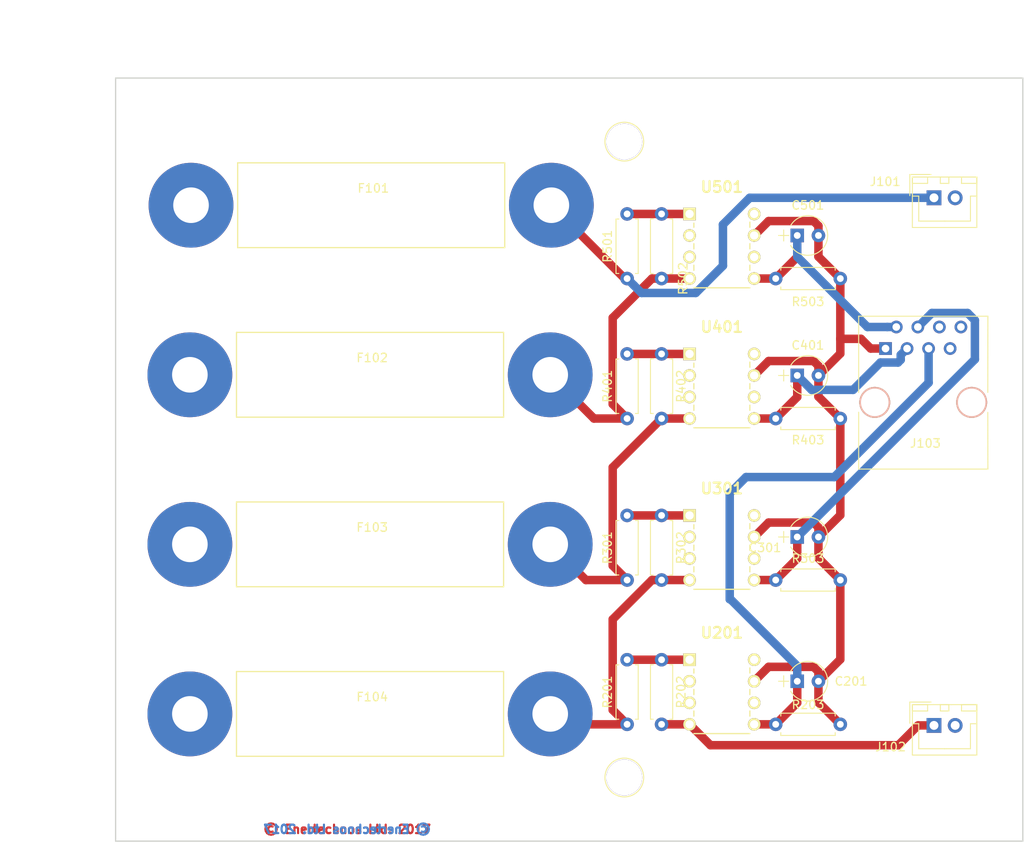
<source format=kicad_pcb>
(kicad_pcb (version 4) (host pcbnew 4.0.7)

  (general
    (links 45)
    (no_connects 4)
    (area 26.150001 84.3 147.075001 183.075001)
    (thickness 1.6)
    (drawings 12)
    (tracks 117)
    (zones 0)
    (modules 29)
    (nets 15)
  )

  (page A4)
  (title_block
    (title "Fuse Board")
    (date 2018-01-04)
    (rev "Release 0.1a")
    (company "Enertechnos Ltd.")
    (comment 1 "APPROVED for Prototype")
  )

  (layers
    (0 F.Cu signal)
    (31 B.Cu signal)
    (32 B.Adhes user)
    (33 F.Adhes user)
    (34 B.Paste user)
    (35 F.Paste user)
    (36 B.SilkS user)
    (37 F.SilkS user)
    (38 B.Mask user)
    (39 F.Mask user)
    (40 Dwgs.User user)
    (41 Cmts.User user)
    (42 Eco1.User user)
    (43 Eco2.User user)
    (44 Edge.Cuts user)
    (45 Margin user)
    (46 B.CrtYd user)
    (47 F.CrtYd user)
    (48 B.Fab user)
    (49 F.Fab user)
  )

  (setup
    (last_trace_width 1)
    (trace_clearance 0.4)
    (zone_clearance 0.508)
    (zone_45_only no)
    (trace_min 0.2)
    (segment_width 0.2)
    (edge_width 0.15)
    (via_size 1.5)
    (via_drill 1)
    (via_min_size 0.4)
    (via_min_drill 0.3)
    (uvia_size 1)
    (uvia_drill 0.5)
    (uvias_allowed no)
    (uvia_min_size 0.2)
    (uvia_min_drill 0.1)
    (pcb_text_width 0.3)
    (pcb_text_size 1.5 1.5)
    (mod_edge_width 0.15)
    (mod_text_size 1 1)
    (mod_text_width 0.15)
    (pad_size 1.524 1.524)
    (pad_drill 0.762)
    (pad_to_mask_clearance 0.2)
    (aux_axis_origin 40 183)
    (visible_elements 7FFFEF7F)
    (pcbplotparams
      (layerselection 0x010e0_80000001)
      (usegerberextensions false)
      (excludeedgelayer true)
      (linewidth 0.100000)
      (plotframeref false)
      (viasonmask false)
      (mode 1)
      (useauxorigin true)
      (hpglpennumber 1)
      (hpglpenspeed 20)
      (hpglpendiameter 15)
      (hpglpenoverlay 2)
      (psnegative false)
      (psa4output false)
      (plotreference true)
      (plotvalue true)
      (plotinvisibletext false)
      (padsonsilk false)
      (subtractmaskfromsilk false)
      (outputformat 1)
      (mirror false)
      (drillshape 0)
      (scaleselection 1)
      (outputdirectory Plot/))
  )

  (net 0 "")
  (net 1 /VoltMeter1/+VE)
  (net 2 /VoltMeter2/+VE)
  (net 3 /VoltMeter3/+VE)
  (net 4 ARD_GND)
  (net 5 /VoltMeter4/+VE)
  (net 6 "Net-(R201-Pad2)")
  (net 7 "Net-(R301-Pad2)")
  (net 8 "Net-(R401-Pad2)")
  (net 9 "Net-(R501-Pad2)")
  (net 10 V5)
  (net 11 V7)
  (net 12 V8)
  (net 13 V6)
  (net 14 /VoltMeter4/-VE)

  (net_class Default "This is the default net class."
    (clearance 0.4)
    (trace_width 1)
    (via_dia 1.5)
    (via_drill 1)
    (uvia_dia 1)
    (uvia_drill 0.5)
    (add_net /VoltMeter1/+VE)
    (add_net /VoltMeter2/+VE)
    (add_net /VoltMeter3/+VE)
    (add_net /VoltMeter4/+VE)
    (add_net /VoltMeter4/-VE)
    (add_net ARD_GND)
    (add_net "Net-(R201-Pad2)")
    (add_net "Net-(R301-Pad2)")
    (add_net "Net-(R401-Pad2)")
    (add_net "Net-(R501-Pad2)")
    (add_net V5)
    (add_net V6)
    (add_net V7)
    (add_net V8)
  )

  (module PartsLibraries:MountingHole (layer F.Cu) (tedit 594AA37F) (tstamp 5A7D94F5)
    (at 100 182.5)
    (descr "module 1 pin (ou trou mecanique de percage)")
    (tags DEV)
    (fp_text reference "" (at 0 -3.048) (layer F.SilkS)
      (effects (font (size 1 1) (thickness 0.15)))
    )
    (fp_text value Mount (at 0 3) (layer F.Fab)
      (effects (font (size 1 1) (thickness 0.15)))
    )
    (fp_circle (center 0 0) (end 2 0.8) (layer F.Fab) (width 0.1))
    (fp_circle (center 0 0) (end 2.6 0) (layer F.CrtYd) (width 0.05))
    (fp_circle (center 0 0) (end 0 -2.286) (layer F.SilkS) (width 0.12))
    (pad 1 thru_hole circle (at 0 0) (size 4.2 4.2) (drill 4.2) (layers *.Cu *.Mask)
      (clearance 1))
  )

  (module PartsLibraries:MountingHole (layer F.Cu) (tedit 594AA37F) (tstamp 5A7D94EE)
    (at 100 107.5)
    (descr "module 1 pin (ou trou mecanique de percage)")
    (tags DEV)
    (fp_text reference "" (at 0 -3.048) (layer F.SilkS)
      (effects (font (size 1 1) (thickness 0.15)))
    )
    (fp_text value Mount (at 0 3) (layer F.Fab)
      (effects (font (size 1 1) (thickness 0.15)))
    )
    (fp_circle (center 0 0) (end 2 0.8) (layer F.Fab) (width 0.1))
    (fp_circle (center 0 0) (end 2.6 0) (layer F.CrtYd) (width 0.05))
    (fp_circle (center 0 0) (end 0 -2.286) (layer F.SilkS) (width 0.12))
    (pad 1 thru_hole circle (at 0 0) (size 4.2 4.2) (drill 4.2) (layers *.Cu *.Mask)
      (clearance 1))
  )

  (module Resistors_THT:R_Axial_DIN0207_L6.3mm_D2.5mm_P7.62mm_Horizontal placed (layer F.Cu) (tedit 5874F706) (tstamp 5A3003D9)
    (at 100.33 176.228 90)
    (descr "Resistor, Axial_DIN0207 series, Axial, Horizontal, pin pitch=7.62mm, 0.25W = 1/4W, length*diameter=6.3*2.5mm^2, http://cdn-reichelt.de/documents/datenblatt/B400/1_4W%23YAG.pdf")
    (tags "Resistor Axial_DIN0207 series Axial Horizontal pin pitch 7.62mm 0.25W = 1/4W length 6.3mm diameter 2.5mm")
    (path /59C4F642/5A2FE363)
    (fp_text reference R201 (at 3.81 -2.31 90) (layer F.SilkS)
      (effects (font (size 1 1) (thickness 0.15)))
    )
    (fp_text value 10K (at 3.81 2.31 90) (layer F.Fab)
      (effects (font (size 1 1) (thickness 0.15)))
    )
    (fp_line (start 0.66 -1.25) (end 0.66 1.25) (layer F.Fab) (width 0.1))
    (fp_line (start 0.66 1.25) (end 6.96 1.25) (layer F.Fab) (width 0.1))
    (fp_line (start 6.96 1.25) (end 6.96 -1.25) (layer F.Fab) (width 0.1))
    (fp_line (start 6.96 -1.25) (end 0.66 -1.25) (layer F.Fab) (width 0.1))
    (fp_line (start 0 0) (end 0.66 0) (layer F.Fab) (width 0.1))
    (fp_line (start 7.62 0) (end 6.96 0) (layer F.Fab) (width 0.1))
    (fp_line (start 0.6 -0.98) (end 0.6 -1.31) (layer F.SilkS) (width 0.12))
    (fp_line (start 0.6 -1.31) (end 7.02 -1.31) (layer F.SilkS) (width 0.12))
    (fp_line (start 7.02 -1.31) (end 7.02 -0.98) (layer F.SilkS) (width 0.12))
    (fp_line (start 0.6 0.98) (end 0.6 1.31) (layer F.SilkS) (width 0.12))
    (fp_line (start 0.6 1.31) (end 7.02 1.31) (layer F.SilkS) (width 0.12))
    (fp_line (start 7.02 1.31) (end 7.02 0.98) (layer F.SilkS) (width 0.12))
    (fp_line (start -1.05 -1.6) (end -1.05 1.6) (layer F.CrtYd) (width 0.05))
    (fp_line (start -1.05 1.6) (end 8.7 1.6) (layer F.CrtYd) (width 0.05))
    (fp_line (start 8.7 1.6) (end 8.7 -1.6) (layer F.CrtYd) (width 0.05))
    (fp_line (start 8.7 -1.6) (end -1.05 -1.6) (layer F.CrtYd) (width 0.05))
    (pad 1 thru_hole circle (at 0 0 90) (size 1.6 1.6) (drill 0.8) (layers *.Cu *.Mask)
      (net 5 /VoltMeter4/+VE))
    (pad 2 thru_hole oval (at 7.62 0 90) (size 1.6 1.6) (drill 0.8) (layers *.Cu *.Mask)
      (net 6 "Net-(R201-Pad2)"))
    (model ${KISYS3DMOD}/Resistors_THT.3dshapes/R_Axial_DIN0207_L6.3mm_D2.5mm_P7.62mm_Horizontal.wrl
      (at (xyz 0 0 0))
      (scale (xyz 0.393701 0.393701 0.393701))
      (rotate (xyz 0 0 0))
    )
  )

  (module Resistors_THT:R_Axial_DIN0207_L6.3mm_D2.5mm_P7.62mm_Horizontal placed (layer F.Cu) (tedit 5874F706) (tstamp 5A3003EF)
    (at 104.394 168.608 270)
    (descr "Resistor, Axial_DIN0207 series, Axial, Horizontal, pin pitch=7.62mm, 0.25W = 1/4W, length*diameter=6.3*2.5mm^2, http://cdn-reichelt.de/documents/datenblatt/B400/1_4W%23YAG.pdf")
    (tags "Resistor Axial_DIN0207 series Axial Horizontal pin pitch 7.62mm 0.25W = 1/4W length 6.3mm diameter 2.5mm")
    (path /59C4F642/59C4F970)
    (fp_text reference R202 (at 3.81 -2.31 270) (layer F.SilkS)
      (effects (font (size 1 1) (thickness 0.15)))
    )
    (fp_text value 10M (at 3.81 2.31 270) (layer F.Fab)
      (effects (font (size 1 1) (thickness 0.15)))
    )
    (fp_line (start 0.66 -1.25) (end 0.66 1.25) (layer F.Fab) (width 0.1))
    (fp_line (start 0.66 1.25) (end 6.96 1.25) (layer F.Fab) (width 0.1))
    (fp_line (start 6.96 1.25) (end 6.96 -1.25) (layer F.Fab) (width 0.1))
    (fp_line (start 6.96 -1.25) (end 0.66 -1.25) (layer F.Fab) (width 0.1))
    (fp_line (start 0 0) (end 0.66 0) (layer F.Fab) (width 0.1))
    (fp_line (start 7.62 0) (end 6.96 0) (layer F.Fab) (width 0.1))
    (fp_line (start 0.6 -0.98) (end 0.6 -1.31) (layer F.SilkS) (width 0.12))
    (fp_line (start 0.6 -1.31) (end 7.02 -1.31) (layer F.SilkS) (width 0.12))
    (fp_line (start 7.02 -1.31) (end 7.02 -0.98) (layer F.SilkS) (width 0.12))
    (fp_line (start 0.6 0.98) (end 0.6 1.31) (layer F.SilkS) (width 0.12))
    (fp_line (start 0.6 1.31) (end 7.02 1.31) (layer F.SilkS) (width 0.12))
    (fp_line (start 7.02 1.31) (end 7.02 0.98) (layer F.SilkS) (width 0.12))
    (fp_line (start -1.05 -1.6) (end -1.05 1.6) (layer F.CrtYd) (width 0.05))
    (fp_line (start -1.05 1.6) (end 8.7 1.6) (layer F.CrtYd) (width 0.05))
    (fp_line (start 8.7 1.6) (end 8.7 -1.6) (layer F.CrtYd) (width 0.05))
    (fp_line (start 8.7 -1.6) (end -1.05 -1.6) (layer F.CrtYd) (width 0.05))
    (pad 1 thru_hole circle (at 0 0 270) (size 1.6 1.6) (drill 0.8) (layers *.Cu *.Mask)
      (net 6 "Net-(R201-Pad2)"))
    (pad 2 thru_hole oval (at 7.62 0 270) (size 1.6 1.6) (drill 0.8) (layers *.Cu *.Mask)
      (net 14 /VoltMeter4/-VE))
    (model ${KISYS3DMOD}/Resistors_THT.3dshapes/R_Axial_DIN0207_L6.3mm_D2.5mm_P7.62mm_Horizontal.wrl
      (at (xyz 0 0 0))
      (scale (xyz 0.393701 0.393701 0.393701))
      (rotate (xyz 0 0 0))
    )
  )

  (module Resistors_THT:R_Axial_DIN0207_L6.3mm_D2.5mm_P7.62mm_Horizontal locked placed (layer F.Cu) (tedit 5874F706) (tstamp 5A300405)
    (at 100.33 159.21 90)
    (descr "Resistor, Axial_DIN0207 series, Axial, Horizontal, pin pitch=7.62mm, 0.25W = 1/4W, length*diameter=6.3*2.5mm^2, http://cdn-reichelt.de/documents/datenblatt/B400/1_4W%23YAG.pdf")
    (tags "Resistor Axial_DIN0207 series Axial Horizontal pin pitch 7.62mm 0.25W = 1/4W length 6.3mm diameter 2.5mm")
    (path /59C51A28/5A2FE363)
    (fp_text reference R301 (at 3.81 -2.31 90) (layer F.SilkS)
      (effects (font (size 1 1) (thickness 0.15)))
    )
    (fp_text value 10K (at 3.81 2.31 90) (layer F.Fab)
      (effects (font (size 1 1) (thickness 0.15)))
    )
    (fp_line (start 0.66 -1.25) (end 0.66 1.25) (layer F.Fab) (width 0.1))
    (fp_line (start 0.66 1.25) (end 6.96 1.25) (layer F.Fab) (width 0.1))
    (fp_line (start 6.96 1.25) (end 6.96 -1.25) (layer F.Fab) (width 0.1))
    (fp_line (start 6.96 -1.25) (end 0.66 -1.25) (layer F.Fab) (width 0.1))
    (fp_line (start 0 0) (end 0.66 0) (layer F.Fab) (width 0.1))
    (fp_line (start 7.62 0) (end 6.96 0) (layer F.Fab) (width 0.1))
    (fp_line (start 0.6 -0.98) (end 0.6 -1.31) (layer F.SilkS) (width 0.12))
    (fp_line (start 0.6 -1.31) (end 7.02 -1.31) (layer F.SilkS) (width 0.12))
    (fp_line (start 7.02 -1.31) (end 7.02 -0.98) (layer F.SilkS) (width 0.12))
    (fp_line (start 0.6 0.98) (end 0.6 1.31) (layer F.SilkS) (width 0.12))
    (fp_line (start 0.6 1.31) (end 7.02 1.31) (layer F.SilkS) (width 0.12))
    (fp_line (start 7.02 1.31) (end 7.02 0.98) (layer F.SilkS) (width 0.12))
    (fp_line (start -1.05 -1.6) (end -1.05 1.6) (layer F.CrtYd) (width 0.05))
    (fp_line (start -1.05 1.6) (end 8.7 1.6) (layer F.CrtYd) (width 0.05))
    (fp_line (start 8.7 1.6) (end 8.7 -1.6) (layer F.CrtYd) (width 0.05))
    (fp_line (start 8.7 -1.6) (end -1.05 -1.6) (layer F.CrtYd) (width 0.05))
    (pad 1 thru_hole circle (at 0 0 90) (size 1.6 1.6) (drill 0.8) (layers *.Cu *.Mask)
      (net 3 /VoltMeter3/+VE))
    (pad 2 thru_hole oval (at 7.62 0 90) (size 1.6 1.6) (drill 0.8) (layers *.Cu *.Mask)
      (net 7 "Net-(R301-Pad2)"))
    (model ${KISYS3DMOD}/Resistors_THT.3dshapes/R_Axial_DIN0207_L6.3mm_D2.5mm_P7.62mm_Horizontal.wrl
      (at (xyz 0 0 0))
      (scale (xyz 0.393701 0.393701 0.393701))
      (rotate (xyz 0 0 0))
    )
  )

  (module Resistors_THT:R_Axial_DIN0207_L6.3mm_D2.5mm_P7.62mm_Horizontal locked placed (layer F.Cu) (tedit 5874F706) (tstamp 5A30041B)
    (at 104.394 151.59 270)
    (descr "Resistor, Axial_DIN0207 series, Axial, Horizontal, pin pitch=7.62mm, 0.25W = 1/4W, length*diameter=6.3*2.5mm^2, http://cdn-reichelt.de/documents/datenblatt/B400/1_4W%23YAG.pdf")
    (tags "Resistor Axial_DIN0207 series Axial Horizontal pin pitch 7.62mm 0.25W = 1/4W length 6.3mm diameter 2.5mm")
    (path /59C51A28/59C4F970)
    (fp_text reference R302 (at 3.81 -2.31 270) (layer F.SilkS)
      (effects (font (size 1 1) (thickness 0.15)))
    )
    (fp_text value 10M (at 3.81 2.31 270) (layer F.Fab)
      (effects (font (size 1 1) (thickness 0.15)))
    )
    (fp_line (start 0.66 -1.25) (end 0.66 1.25) (layer F.Fab) (width 0.1))
    (fp_line (start 0.66 1.25) (end 6.96 1.25) (layer F.Fab) (width 0.1))
    (fp_line (start 6.96 1.25) (end 6.96 -1.25) (layer F.Fab) (width 0.1))
    (fp_line (start 6.96 -1.25) (end 0.66 -1.25) (layer F.Fab) (width 0.1))
    (fp_line (start 0 0) (end 0.66 0) (layer F.Fab) (width 0.1))
    (fp_line (start 7.62 0) (end 6.96 0) (layer F.Fab) (width 0.1))
    (fp_line (start 0.6 -0.98) (end 0.6 -1.31) (layer F.SilkS) (width 0.12))
    (fp_line (start 0.6 -1.31) (end 7.02 -1.31) (layer F.SilkS) (width 0.12))
    (fp_line (start 7.02 -1.31) (end 7.02 -0.98) (layer F.SilkS) (width 0.12))
    (fp_line (start 0.6 0.98) (end 0.6 1.31) (layer F.SilkS) (width 0.12))
    (fp_line (start 0.6 1.31) (end 7.02 1.31) (layer F.SilkS) (width 0.12))
    (fp_line (start 7.02 1.31) (end 7.02 0.98) (layer F.SilkS) (width 0.12))
    (fp_line (start -1.05 -1.6) (end -1.05 1.6) (layer F.CrtYd) (width 0.05))
    (fp_line (start -1.05 1.6) (end 8.7 1.6) (layer F.CrtYd) (width 0.05))
    (fp_line (start 8.7 1.6) (end 8.7 -1.6) (layer F.CrtYd) (width 0.05))
    (fp_line (start 8.7 -1.6) (end -1.05 -1.6) (layer F.CrtYd) (width 0.05))
    (pad 1 thru_hole circle (at 0 0 270) (size 1.6 1.6) (drill 0.8) (layers *.Cu *.Mask)
      (net 7 "Net-(R301-Pad2)"))
    (pad 2 thru_hole oval (at 7.62 0 270) (size 1.6 1.6) (drill 0.8) (layers *.Cu *.Mask)
      (net 5 /VoltMeter4/+VE))
    (model ${KISYS3DMOD}/Resistors_THT.3dshapes/R_Axial_DIN0207_L6.3mm_D2.5mm_P7.62mm_Horizontal.wrl
      (at (xyz 0 0 0))
      (scale (xyz 0.393701 0.393701 0.393701))
      (rotate (xyz 0 0 0))
    )
  )

  (module Resistors_THT:R_Axial_DIN0207_L6.3mm_D2.5mm_P7.62mm_Horizontal placed (layer F.Cu) (tedit 5874F706) (tstamp 5A300431)
    (at 100.33 140.16 90)
    (descr "Resistor, Axial_DIN0207 series, Axial, Horizontal, pin pitch=7.62mm, 0.25W = 1/4W, length*diameter=6.3*2.5mm^2, http://cdn-reichelt.de/documents/datenblatt/B400/1_4W%23YAG.pdf")
    (tags "Resistor Axial_DIN0207 series Axial Horizontal pin pitch 7.62mm 0.25W = 1/4W length 6.3mm diameter 2.5mm")
    (path /59C51FF6/5A2FE363)
    (fp_text reference R401 (at 3.81 -2.31 90) (layer F.SilkS)
      (effects (font (size 1 1) (thickness 0.15)))
    )
    (fp_text value 10K (at 3.81 2.31 90) (layer F.Fab)
      (effects (font (size 1 1) (thickness 0.15)))
    )
    (fp_line (start 0.66 -1.25) (end 0.66 1.25) (layer F.Fab) (width 0.1))
    (fp_line (start 0.66 1.25) (end 6.96 1.25) (layer F.Fab) (width 0.1))
    (fp_line (start 6.96 1.25) (end 6.96 -1.25) (layer F.Fab) (width 0.1))
    (fp_line (start 6.96 -1.25) (end 0.66 -1.25) (layer F.Fab) (width 0.1))
    (fp_line (start 0 0) (end 0.66 0) (layer F.Fab) (width 0.1))
    (fp_line (start 7.62 0) (end 6.96 0) (layer F.Fab) (width 0.1))
    (fp_line (start 0.6 -0.98) (end 0.6 -1.31) (layer F.SilkS) (width 0.12))
    (fp_line (start 0.6 -1.31) (end 7.02 -1.31) (layer F.SilkS) (width 0.12))
    (fp_line (start 7.02 -1.31) (end 7.02 -0.98) (layer F.SilkS) (width 0.12))
    (fp_line (start 0.6 0.98) (end 0.6 1.31) (layer F.SilkS) (width 0.12))
    (fp_line (start 0.6 1.31) (end 7.02 1.31) (layer F.SilkS) (width 0.12))
    (fp_line (start 7.02 1.31) (end 7.02 0.98) (layer F.SilkS) (width 0.12))
    (fp_line (start -1.05 -1.6) (end -1.05 1.6) (layer F.CrtYd) (width 0.05))
    (fp_line (start -1.05 1.6) (end 8.7 1.6) (layer F.CrtYd) (width 0.05))
    (fp_line (start 8.7 1.6) (end 8.7 -1.6) (layer F.CrtYd) (width 0.05))
    (fp_line (start 8.7 -1.6) (end -1.05 -1.6) (layer F.CrtYd) (width 0.05))
    (pad 1 thru_hole circle (at 0 0 90) (size 1.6 1.6) (drill 0.8) (layers *.Cu *.Mask)
      (net 2 /VoltMeter2/+VE))
    (pad 2 thru_hole oval (at 7.62 0 90) (size 1.6 1.6) (drill 0.8) (layers *.Cu *.Mask)
      (net 8 "Net-(R401-Pad2)"))
    (model ${KISYS3DMOD}/Resistors_THT.3dshapes/R_Axial_DIN0207_L6.3mm_D2.5mm_P7.62mm_Horizontal.wrl
      (at (xyz 0 0 0))
      (scale (xyz 0.393701 0.393701 0.393701))
      (rotate (xyz 0 0 0))
    )
  )

  (module Resistors_THT:R_Axial_DIN0207_L6.3mm_D2.5mm_P7.62mm_Horizontal placed (layer F.Cu) (tedit 5874F706) (tstamp 5A300447)
    (at 104.394 132.54 270)
    (descr "Resistor, Axial_DIN0207 series, Axial, Horizontal, pin pitch=7.62mm, 0.25W = 1/4W, length*diameter=6.3*2.5mm^2, http://cdn-reichelt.de/documents/datenblatt/B400/1_4W%23YAG.pdf")
    (tags "Resistor Axial_DIN0207 series Axial Horizontal pin pitch 7.62mm 0.25W = 1/4W length 6.3mm diameter 2.5mm")
    (path /59C51FF6/59C4F970)
    (fp_text reference R402 (at 3.81 -2.31 270) (layer F.SilkS)
      (effects (font (size 1 1) (thickness 0.15)))
    )
    (fp_text value 10M (at 3.81 2.31 270) (layer F.Fab)
      (effects (font (size 1 1) (thickness 0.15)))
    )
    (fp_line (start 0.66 -1.25) (end 0.66 1.25) (layer F.Fab) (width 0.1))
    (fp_line (start 0.66 1.25) (end 6.96 1.25) (layer F.Fab) (width 0.1))
    (fp_line (start 6.96 1.25) (end 6.96 -1.25) (layer F.Fab) (width 0.1))
    (fp_line (start 6.96 -1.25) (end 0.66 -1.25) (layer F.Fab) (width 0.1))
    (fp_line (start 0 0) (end 0.66 0) (layer F.Fab) (width 0.1))
    (fp_line (start 7.62 0) (end 6.96 0) (layer F.Fab) (width 0.1))
    (fp_line (start 0.6 -0.98) (end 0.6 -1.31) (layer F.SilkS) (width 0.12))
    (fp_line (start 0.6 -1.31) (end 7.02 -1.31) (layer F.SilkS) (width 0.12))
    (fp_line (start 7.02 -1.31) (end 7.02 -0.98) (layer F.SilkS) (width 0.12))
    (fp_line (start 0.6 0.98) (end 0.6 1.31) (layer F.SilkS) (width 0.12))
    (fp_line (start 0.6 1.31) (end 7.02 1.31) (layer F.SilkS) (width 0.12))
    (fp_line (start 7.02 1.31) (end 7.02 0.98) (layer F.SilkS) (width 0.12))
    (fp_line (start -1.05 -1.6) (end -1.05 1.6) (layer F.CrtYd) (width 0.05))
    (fp_line (start -1.05 1.6) (end 8.7 1.6) (layer F.CrtYd) (width 0.05))
    (fp_line (start 8.7 1.6) (end 8.7 -1.6) (layer F.CrtYd) (width 0.05))
    (fp_line (start 8.7 -1.6) (end -1.05 -1.6) (layer F.CrtYd) (width 0.05))
    (pad 1 thru_hole circle (at 0 0 270) (size 1.6 1.6) (drill 0.8) (layers *.Cu *.Mask)
      (net 8 "Net-(R401-Pad2)"))
    (pad 2 thru_hole oval (at 7.62 0 270) (size 1.6 1.6) (drill 0.8) (layers *.Cu *.Mask)
      (net 3 /VoltMeter3/+VE))
    (model ${KISYS3DMOD}/Resistors_THT.3dshapes/R_Axial_DIN0207_L6.3mm_D2.5mm_P7.62mm_Horizontal.wrl
      (at (xyz 0 0 0))
      (scale (xyz 0.393701 0.393701 0.393701))
      (rotate (xyz 0 0 0))
    )
  )

  (module Resistors_THT:R_Axial_DIN0207_L6.3mm_D2.5mm_P7.62mm_Horizontal placed (layer F.Cu) (tedit 5874F706) (tstamp 5A30045D)
    (at 100.33 123.65 90)
    (descr "Resistor, Axial_DIN0207 series, Axial, Horizontal, pin pitch=7.62mm, 0.25W = 1/4W, length*diameter=6.3*2.5mm^2, http://cdn-reichelt.de/documents/datenblatt/B400/1_4W%23YAG.pdf")
    (tags "Resistor Axial_DIN0207 series Axial Horizontal pin pitch 7.62mm 0.25W = 1/4W length 6.3mm diameter 2.5mm")
    (path /59C5216A/5A2FE363)
    (fp_text reference R501 (at 3.81 -2.31 90) (layer F.SilkS)
      (effects (font (size 1 1) (thickness 0.15)))
    )
    (fp_text value 10K (at 3.81 2.31 90) (layer F.Fab)
      (effects (font (size 1 1) (thickness 0.15)))
    )
    (fp_line (start 0.66 -1.25) (end 0.66 1.25) (layer F.Fab) (width 0.1))
    (fp_line (start 0.66 1.25) (end 6.96 1.25) (layer F.Fab) (width 0.1))
    (fp_line (start 6.96 1.25) (end 6.96 -1.25) (layer F.Fab) (width 0.1))
    (fp_line (start 6.96 -1.25) (end 0.66 -1.25) (layer F.Fab) (width 0.1))
    (fp_line (start 0 0) (end 0.66 0) (layer F.Fab) (width 0.1))
    (fp_line (start 7.62 0) (end 6.96 0) (layer F.Fab) (width 0.1))
    (fp_line (start 0.6 -0.98) (end 0.6 -1.31) (layer F.SilkS) (width 0.12))
    (fp_line (start 0.6 -1.31) (end 7.02 -1.31) (layer F.SilkS) (width 0.12))
    (fp_line (start 7.02 -1.31) (end 7.02 -0.98) (layer F.SilkS) (width 0.12))
    (fp_line (start 0.6 0.98) (end 0.6 1.31) (layer F.SilkS) (width 0.12))
    (fp_line (start 0.6 1.31) (end 7.02 1.31) (layer F.SilkS) (width 0.12))
    (fp_line (start 7.02 1.31) (end 7.02 0.98) (layer F.SilkS) (width 0.12))
    (fp_line (start -1.05 -1.6) (end -1.05 1.6) (layer F.CrtYd) (width 0.05))
    (fp_line (start -1.05 1.6) (end 8.7 1.6) (layer F.CrtYd) (width 0.05))
    (fp_line (start 8.7 1.6) (end 8.7 -1.6) (layer F.CrtYd) (width 0.05))
    (fp_line (start 8.7 -1.6) (end -1.05 -1.6) (layer F.CrtYd) (width 0.05))
    (pad 1 thru_hole circle (at 0 0 90) (size 1.6 1.6) (drill 0.8) (layers *.Cu *.Mask)
      (net 1 /VoltMeter1/+VE))
    (pad 2 thru_hole oval (at 7.62 0 90) (size 1.6 1.6) (drill 0.8) (layers *.Cu *.Mask)
      (net 9 "Net-(R501-Pad2)"))
    (model ${KISYS3DMOD}/Resistors_THT.3dshapes/R_Axial_DIN0207_L6.3mm_D2.5mm_P7.62mm_Horizontal.wrl
      (at (xyz 0 0 0))
      (scale (xyz 0.393701 0.393701 0.393701))
      (rotate (xyz 0 0 0))
    )
  )

  (module Resistors_THT:R_Axial_DIN0207_L6.3mm_D2.5mm_P7.62mm_Horizontal placed (layer F.Cu) (tedit 5874F706) (tstamp 5A300473)
    (at 104.394 116.03 270)
    (descr "Resistor, Axial_DIN0207 series, Axial, Horizontal, pin pitch=7.62mm, 0.25W = 1/4W, length*diameter=6.3*2.5mm^2, http://cdn-reichelt.de/documents/datenblatt/B400/1_4W%23YAG.pdf")
    (tags "Resistor Axial_DIN0207 series Axial Horizontal pin pitch 7.62mm 0.25W = 1/4W length 6.3mm diameter 2.5mm")
    (path /59C5216A/59C4F970)
    (fp_text reference R502 (at 7.62 -2.54 270) (layer F.SilkS)
      (effects (font (size 1 1) (thickness 0.15)))
    )
    (fp_text value 10M (at 3.81 2.31 270) (layer F.Fab)
      (effects (font (size 1 1) (thickness 0.15)))
    )
    (fp_line (start 0.66 -1.25) (end 0.66 1.25) (layer F.Fab) (width 0.1))
    (fp_line (start 0.66 1.25) (end 6.96 1.25) (layer F.Fab) (width 0.1))
    (fp_line (start 6.96 1.25) (end 6.96 -1.25) (layer F.Fab) (width 0.1))
    (fp_line (start 6.96 -1.25) (end 0.66 -1.25) (layer F.Fab) (width 0.1))
    (fp_line (start 0 0) (end 0.66 0) (layer F.Fab) (width 0.1))
    (fp_line (start 7.62 0) (end 6.96 0) (layer F.Fab) (width 0.1))
    (fp_line (start 0.6 -0.98) (end 0.6 -1.31) (layer F.SilkS) (width 0.12))
    (fp_line (start 0.6 -1.31) (end 7.02 -1.31) (layer F.SilkS) (width 0.12))
    (fp_line (start 7.02 -1.31) (end 7.02 -0.98) (layer F.SilkS) (width 0.12))
    (fp_line (start 0.6 0.98) (end 0.6 1.31) (layer F.SilkS) (width 0.12))
    (fp_line (start 0.6 1.31) (end 7.02 1.31) (layer F.SilkS) (width 0.12))
    (fp_line (start 7.02 1.31) (end 7.02 0.98) (layer F.SilkS) (width 0.12))
    (fp_line (start -1.05 -1.6) (end -1.05 1.6) (layer F.CrtYd) (width 0.05))
    (fp_line (start -1.05 1.6) (end 8.7 1.6) (layer F.CrtYd) (width 0.05))
    (fp_line (start 8.7 1.6) (end 8.7 -1.6) (layer F.CrtYd) (width 0.05))
    (fp_line (start 8.7 -1.6) (end -1.05 -1.6) (layer F.CrtYd) (width 0.05))
    (pad 1 thru_hole circle (at 0 0 270) (size 1.6 1.6) (drill 0.8) (layers *.Cu *.Mask)
      (net 9 "Net-(R501-Pad2)"))
    (pad 2 thru_hole oval (at 7.62 0 270) (size 1.6 1.6) (drill 0.8) (layers *.Cu *.Mask)
      (net 2 /VoltMeter2/+VE))
    (model ${KISYS3DMOD}/Resistors_THT.3dshapes/R_Axial_DIN0207_L6.3mm_D2.5mm_P7.62mm_Horizontal.wrl
      (at (xyz 0 0 0))
      (scale (xyz 0.393701 0.393701 0.393701))
      (rotate (xyz 0 0 0))
    )
  )

  (module Capacitors_THT:CP_Radial_Tantal_D4.5mm_P2.50mm (layer F.Cu) (tedit 597C781B) (tstamp 5A4D156D)
    (at 120.396 171.148)
    (descr "CP, Radial_Tantal series, Radial, pin pitch=2.50mm, , diameter=4.5mm, Tantal Electrolytic Capacitor, http://cdn-reichelt.de/documents/datenblatt/B300/TANTAL-TB-Serie%23.pdf")
    (tags "CP Radial_Tantal series Radial pin pitch 2.50mm  diameter 4.5mm Tantal Electrolytic Capacitor")
    (path /59C4F642/5A3A7FE3)
    (fp_text reference C201 (at 6.35 0) (layer F.SilkS)
      (effects (font (size 1 1) (thickness 0.15)))
    )
    (fp_text value C (at 1.25 3.56) (layer F.Fab)
      (effects (font (size 1 1) (thickness 0.15)))
    )
    (fp_arc (start 1.25 0) (end -0.770693 -1.18) (angle 119.4) (layer F.SilkS) (width 0.12))
    (fp_arc (start 1.25 0) (end -0.770693 1.18) (angle -119.4) (layer F.SilkS) (width 0.12))
    (fp_arc (start 1.25 0) (end 3.270693 -1.18) (angle 60.6) (layer F.SilkS) (width 0.12))
    (fp_circle (center 1.25 0) (end 3.5 0) (layer F.Fab) (width 0.1))
    (fp_line (start -2.2 0) (end -1 0) (layer F.Fab) (width 0.1))
    (fp_line (start -1.6 -0.65) (end -1.6 0.65) (layer F.Fab) (width 0.1))
    (fp_line (start -2.2 0) (end -1 0) (layer F.SilkS) (width 0.12))
    (fp_line (start -1.6 -0.65) (end -1.6 0.65) (layer F.SilkS) (width 0.12))
    (fp_line (start -1.35 -2.6) (end -1.35 2.6) (layer F.CrtYd) (width 0.05))
    (fp_line (start -1.35 2.6) (end 3.85 2.6) (layer F.CrtYd) (width 0.05))
    (fp_line (start 3.85 2.6) (end 3.85 -2.6) (layer F.CrtYd) (width 0.05))
    (fp_line (start 3.85 -2.6) (end -1.35 -2.6) (layer F.CrtYd) (width 0.05))
    (fp_text user %R (at 1.25 0) (layer F.Fab)
      (effects (font (size 1 1) (thickness 0.15)))
    )
    (pad 1 thru_hole rect (at 0 0) (size 1.6 1.6) (drill 0.8) (layers *.Cu *.Mask)
      (net 12 V8))
    (pad 2 thru_hole circle (at 2.5 0) (size 1.6 1.6) (drill 0.8) (layers *.Cu *.Mask)
      (net 4 ARD_GND))
    (model ${KISYS3DMOD}/Capacitors_THT.3dshapes/CP_Radial_Tantal_D4.5mm_P2.50mm.wrl
      (at (xyz 0 0 0))
      (scale (xyz 1 1 1))
      (rotate (xyz 0 0 0))
    )
  )

  (module Capacitors_THT:CP_Radial_Tantal_D4.5mm_P2.50mm (layer F.Cu) (tedit 597C781B) (tstamp 5A4D1580)
    (at 120.396 154.13)
    (descr "CP, Radial_Tantal series, Radial, pin pitch=2.50mm, , diameter=4.5mm, Tantal Electrolytic Capacitor, http://cdn-reichelt.de/documents/datenblatt/B300/TANTAL-TB-Serie%23.pdf")
    (tags "CP Radial_Tantal series Radial pin pitch 2.50mm  diameter 4.5mm Tantal Electrolytic Capacitor")
    (path /59C51A28/5A3A7FE3)
    (fp_text reference C301 (at -3.81 1.27) (layer F.SilkS)
      (effects (font (size 1 1) (thickness 0.15)))
    )
    (fp_text value C (at 1.25 3.56) (layer F.Fab)
      (effects (font (size 1 1) (thickness 0.15)))
    )
    (fp_arc (start 1.25 0) (end -0.770693 -1.18) (angle 119.4) (layer F.SilkS) (width 0.12))
    (fp_arc (start 1.25 0) (end -0.770693 1.18) (angle -119.4) (layer F.SilkS) (width 0.12))
    (fp_arc (start 1.25 0) (end 3.270693 -1.18) (angle 60.6) (layer F.SilkS) (width 0.12))
    (fp_circle (center 1.25 0) (end 3.5 0) (layer F.Fab) (width 0.1))
    (fp_line (start -2.2 0) (end -1 0) (layer F.Fab) (width 0.1))
    (fp_line (start -1.6 -0.65) (end -1.6 0.65) (layer F.Fab) (width 0.1))
    (fp_line (start -2.2 0) (end -1 0) (layer F.SilkS) (width 0.12))
    (fp_line (start -1.6 -0.65) (end -1.6 0.65) (layer F.SilkS) (width 0.12))
    (fp_line (start -1.35 -2.6) (end -1.35 2.6) (layer F.CrtYd) (width 0.05))
    (fp_line (start -1.35 2.6) (end 3.85 2.6) (layer F.CrtYd) (width 0.05))
    (fp_line (start 3.85 2.6) (end 3.85 -2.6) (layer F.CrtYd) (width 0.05))
    (fp_line (start 3.85 -2.6) (end -1.35 -2.6) (layer F.CrtYd) (width 0.05))
    (fp_text user %R (at 1.25 0) (layer F.Fab)
      (effects (font (size 1 1) (thickness 0.15)))
    )
    (pad 1 thru_hole rect (at 0 0) (size 1.6 1.6) (drill 0.8) (layers *.Cu *.Mask)
      (net 11 V7))
    (pad 2 thru_hole circle (at 2.5 0) (size 1.6 1.6) (drill 0.8) (layers *.Cu *.Mask)
      (net 4 ARD_GND))
    (model ${KISYS3DMOD}/Capacitors_THT.3dshapes/CP_Radial_Tantal_D4.5mm_P2.50mm.wrl
      (at (xyz 0 0 0))
      (scale (xyz 1 1 1))
      (rotate (xyz 0 0 0))
    )
  )

  (module Capacitors_THT:CP_Radial_Tantal_D4.5mm_P2.50mm (layer F.Cu) (tedit 597C781B) (tstamp 5A4D1593)
    (at 120.396 135.08)
    (descr "CP, Radial_Tantal series, Radial, pin pitch=2.50mm, , diameter=4.5mm, Tantal Electrolytic Capacitor, http://cdn-reichelt.de/documents/datenblatt/B300/TANTAL-TB-Serie%23.pdf")
    (tags "CP Radial_Tantal series Radial pin pitch 2.50mm  diameter 4.5mm Tantal Electrolytic Capacitor")
    (path /59C51FF6/5A3A7FE3)
    (fp_text reference C401 (at 1.25 -3.56) (layer F.SilkS)
      (effects (font (size 1 1) (thickness 0.15)))
    )
    (fp_text value C (at 1.25 3.56) (layer F.Fab)
      (effects (font (size 1 1) (thickness 0.15)))
    )
    (fp_arc (start 1.25 0) (end -0.770693 -1.18) (angle 119.4) (layer F.SilkS) (width 0.12))
    (fp_arc (start 1.25 0) (end -0.770693 1.18) (angle -119.4) (layer F.SilkS) (width 0.12))
    (fp_arc (start 1.25 0) (end 3.270693 -1.18) (angle 60.6) (layer F.SilkS) (width 0.12))
    (fp_circle (center 1.25 0) (end 3.5 0) (layer F.Fab) (width 0.1))
    (fp_line (start -2.2 0) (end -1 0) (layer F.Fab) (width 0.1))
    (fp_line (start -1.6 -0.65) (end -1.6 0.65) (layer F.Fab) (width 0.1))
    (fp_line (start -2.2 0) (end -1 0) (layer F.SilkS) (width 0.12))
    (fp_line (start -1.6 -0.65) (end -1.6 0.65) (layer F.SilkS) (width 0.12))
    (fp_line (start -1.35 -2.6) (end -1.35 2.6) (layer F.CrtYd) (width 0.05))
    (fp_line (start -1.35 2.6) (end 3.85 2.6) (layer F.CrtYd) (width 0.05))
    (fp_line (start 3.85 2.6) (end 3.85 -2.6) (layer F.CrtYd) (width 0.05))
    (fp_line (start 3.85 -2.6) (end -1.35 -2.6) (layer F.CrtYd) (width 0.05))
    (fp_text user %R (at 1.25 0) (layer F.Fab)
      (effects (font (size 1 1) (thickness 0.15)))
    )
    (pad 1 thru_hole rect (at 0 0) (size 1.6 1.6) (drill 0.8) (layers *.Cu *.Mask)
      (net 13 V6))
    (pad 2 thru_hole circle (at 2.5 0) (size 1.6 1.6) (drill 0.8) (layers *.Cu *.Mask)
      (net 4 ARD_GND))
    (model ${KISYS3DMOD}/Capacitors_THT.3dshapes/CP_Radial_Tantal_D4.5mm_P2.50mm.wrl
      (at (xyz 0 0 0))
      (scale (xyz 1 1 1))
      (rotate (xyz 0 0 0))
    )
  )

  (module Capacitors_THT:CP_Radial_Tantal_D4.5mm_P2.50mm (layer F.Cu) (tedit 597C781B) (tstamp 5A4D15A6)
    (at 120.396 118.57)
    (descr "CP, Radial_Tantal series, Radial, pin pitch=2.50mm, , diameter=4.5mm, Tantal Electrolytic Capacitor, http://cdn-reichelt.de/documents/datenblatt/B300/TANTAL-TB-Serie%23.pdf")
    (tags "CP Radial_Tantal series Radial pin pitch 2.50mm  diameter 4.5mm Tantal Electrolytic Capacitor")
    (path /59C5216A/5A3A7FE3)
    (fp_text reference C501 (at 1.25 -3.56) (layer F.SilkS)
      (effects (font (size 1 1) (thickness 0.15)))
    )
    (fp_text value C (at 1.25 3.56) (layer F.Fab)
      (effects (font (size 1 1) (thickness 0.15)))
    )
    (fp_arc (start 1.25 0) (end -0.770693 -1.18) (angle 119.4) (layer F.SilkS) (width 0.12))
    (fp_arc (start 1.25 0) (end -0.770693 1.18) (angle -119.4) (layer F.SilkS) (width 0.12))
    (fp_arc (start 1.25 0) (end 3.270693 -1.18) (angle 60.6) (layer F.SilkS) (width 0.12))
    (fp_circle (center 1.25 0) (end 3.5 0) (layer F.Fab) (width 0.1))
    (fp_line (start -2.2 0) (end -1 0) (layer F.Fab) (width 0.1))
    (fp_line (start -1.6 -0.65) (end -1.6 0.65) (layer F.Fab) (width 0.1))
    (fp_line (start -2.2 0) (end -1 0) (layer F.SilkS) (width 0.12))
    (fp_line (start -1.6 -0.65) (end -1.6 0.65) (layer F.SilkS) (width 0.12))
    (fp_line (start -1.35 -2.6) (end -1.35 2.6) (layer F.CrtYd) (width 0.05))
    (fp_line (start -1.35 2.6) (end 3.85 2.6) (layer F.CrtYd) (width 0.05))
    (fp_line (start 3.85 2.6) (end 3.85 -2.6) (layer F.CrtYd) (width 0.05))
    (fp_line (start 3.85 -2.6) (end -1.35 -2.6) (layer F.CrtYd) (width 0.05))
    (fp_text user %R (at 1.25 0) (layer F.Fab)
      (effects (font (size 1 1) (thickness 0.15)))
    )
    (pad 1 thru_hole rect (at 0 0) (size 1.6 1.6) (drill 0.8) (layers *.Cu *.Mask)
      (net 10 V5))
    (pad 2 thru_hole circle (at 2.5 0) (size 1.6 1.6) (drill 0.8) (layers *.Cu *.Mask)
      (net 4 ARD_GND))
    (model ${KISYS3DMOD}/Capacitors_THT.3dshapes/CP_Radial_Tantal_D4.5mm_P2.50mm.wrl
      (at (xyz 0 0 0))
      (scale (xyz 1 1 1))
      (rotate (xyz 0 0 0))
    )
  )

  (module Connectors_JST:JST_XH_B02B-XH-A_02x2.50mm_Straight (layer F.Cu) (tedit 58EAE7F0) (tstamp 5A4D161B)
    (at 136.525 114.125)
    (descr "JST XH series connector, B02B-XH-A, top entry type, through hole")
    (tags "connector jst xh tht top vertical 2.50mm")
    (path /5A4D601D)
    (fp_text reference J101 (at -5.755 -1.905) (layer F.SilkS)
      (effects (font (size 1 1) (thickness 0.15)))
    )
    (fp_text value FB_IN (at 1.25 4.5) (layer F.Fab)
      (effects (font (size 1 1) (thickness 0.15)))
    )
    (fp_line (start -2.45 -2.35) (end -2.45 3.4) (layer F.Fab) (width 0.1))
    (fp_line (start -2.45 3.4) (end 4.95 3.4) (layer F.Fab) (width 0.1))
    (fp_line (start 4.95 3.4) (end 4.95 -2.35) (layer F.Fab) (width 0.1))
    (fp_line (start 4.95 -2.35) (end -2.45 -2.35) (layer F.Fab) (width 0.1))
    (fp_line (start -2.95 -2.85) (end -2.95 3.9) (layer F.CrtYd) (width 0.05))
    (fp_line (start -2.95 3.9) (end 5.45 3.9) (layer F.CrtYd) (width 0.05))
    (fp_line (start 5.45 3.9) (end 5.45 -2.85) (layer F.CrtYd) (width 0.05))
    (fp_line (start 5.45 -2.85) (end -2.95 -2.85) (layer F.CrtYd) (width 0.05))
    (fp_line (start -2.55 -2.45) (end -2.55 3.5) (layer F.SilkS) (width 0.12))
    (fp_line (start -2.55 3.5) (end 5.05 3.5) (layer F.SilkS) (width 0.12))
    (fp_line (start 5.05 3.5) (end 5.05 -2.45) (layer F.SilkS) (width 0.12))
    (fp_line (start 5.05 -2.45) (end -2.55 -2.45) (layer F.SilkS) (width 0.12))
    (fp_line (start 0.75 -2.45) (end 0.75 -1.7) (layer F.SilkS) (width 0.12))
    (fp_line (start 0.75 -1.7) (end 1.75 -1.7) (layer F.SilkS) (width 0.12))
    (fp_line (start 1.75 -1.7) (end 1.75 -2.45) (layer F.SilkS) (width 0.12))
    (fp_line (start 1.75 -2.45) (end 0.75 -2.45) (layer F.SilkS) (width 0.12))
    (fp_line (start -2.55 -2.45) (end -2.55 -1.7) (layer F.SilkS) (width 0.12))
    (fp_line (start -2.55 -1.7) (end -0.75 -1.7) (layer F.SilkS) (width 0.12))
    (fp_line (start -0.75 -1.7) (end -0.75 -2.45) (layer F.SilkS) (width 0.12))
    (fp_line (start -0.75 -2.45) (end -2.55 -2.45) (layer F.SilkS) (width 0.12))
    (fp_line (start 3.25 -2.45) (end 3.25 -1.7) (layer F.SilkS) (width 0.12))
    (fp_line (start 3.25 -1.7) (end 5.05 -1.7) (layer F.SilkS) (width 0.12))
    (fp_line (start 5.05 -1.7) (end 5.05 -2.45) (layer F.SilkS) (width 0.12))
    (fp_line (start 5.05 -2.45) (end 3.25 -2.45) (layer F.SilkS) (width 0.12))
    (fp_line (start -2.55 -0.2) (end -1.8 -0.2) (layer F.SilkS) (width 0.12))
    (fp_line (start -1.8 -0.2) (end -1.8 2.75) (layer F.SilkS) (width 0.12))
    (fp_line (start -1.8 2.75) (end 1.25 2.75) (layer F.SilkS) (width 0.12))
    (fp_line (start 5.05 -0.2) (end 4.3 -0.2) (layer F.SilkS) (width 0.12))
    (fp_line (start 4.3 -0.2) (end 4.3 2.75) (layer F.SilkS) (width 0.12))
    (fp_line (start 4.3 2.75) (end 1.25 2.75) (layer F.SilkS) (width 0.12))
    (fp_line (start -0.35 -2.75) (end -2.85 -2.75) (layer F.SilkS) (width 0.12))
    (fp_line (start -2.85 -2.75) (end -2.85 -0.25) (layer F.SilkS) (width 0.12))
    (fp_line (start -0.35 -2.75) (end -2.85 -2.75) (layer F.Fab) (width 0.1))
    (fp_line (start -2.85 -2.75) (end -2.85 -0.25) (layer F.Fab) (width 0.1))
    (fp_text user %R (at 1.25 2.5) (layer F.Fab)
      (effects (font (size 1 1) (thickness 0.15)))
    )
    (pad 1 thru_hole rect (at 0 0) (size 1.75 1.75) (drill 1.05) (layers *.Cu *.Mask)
      (net 1 /VoltMeter1/+VE))
    (pad 2 thru_hole circle (at 2.5 0) (size 1.75 1.75) (drill 1.05) (layers *.Cu *.Mask))
    (model Connectors_JST.3dshapes/JST_XH_B02B-XH-A_02x2.50mm_Straight.wrl
      (at (xyz 0 0 0))
      (scale (xyz 1 1 1))
      (rotate (xyz 0 0 0))
    )
  )

  (module Resistors_THT:R_Axial_DIN0207_L6.3mm_D2.5mm_P7.62mm_Horizontal (layer F.Cu) (tedit 5874F706) (tstamp 5A4D1631)
    (at 117.856 176.228)
    (descr "Resistor, Axial_DIN0207 series, Axial, Horizontal, pin pitch=7.62mm, 0.25W = 1/4W, length*diameter=6.3*2.5mm^2, http://cdn-reichelt.de/documents/datenblatt/B400/1_4W%23YAG.pdf")
    (tags "Resistor Axial_DIN0207 series Axial Horizontal pin pitch 7.62mm 0.25W = 1/4W length 6.3mm diameter 2.5mm")
    (path /59C4F642/5A3A8016)
    (fp_text reference R203 (at 3.81 -2.31) (layer F.SilkS)
      (effects (font (size 1 1) (thickness 0.15)))
    )
    (fp_text value R (at 3.81 2.31) (layer F.Fab)
      (effects (font (size 1 1) (thickness 0.15)))
    )
    (fp_line (start 0.66 -1.25) (end 0.66 1.25) (layer F.Fab) (width 0.1))
    (fp_line (start 0.66 1.25) (end 6.96 1.25) (layer F.Fab) (width 0.1))
    (fp_line (start 6.96 1.25) (end 6.96 -1.25) (layer F.Fab) (width 0.1))
    (fp_line (start 6.96 -1.25) (end 0.66 -1.25) (layer F.Fab) (width 0.1))
    (fp_line (start 0 0) (end 0.66 0) (layer F.Fab) (width 0.1))
    (fp_line (start 7.62 0) (end 6.96 0) (layer F.Fab) (width 0.1))
    (fp_line (start 0.6 -0.98) (end 0.6 -1.31) (layer F.SilkS) (width 0.12))
    (fp_line (start 0.6 -1.31) (end 7.02 -1.31) (layer F.SilkS) (width 0.12))
    (fp_line (start 7.02 -1.31) (end 7.02 -0.98) (layer F.SilkS) (width 0.12))
    (fp_line (start 0.6 0.98) (end 0.6 1.31) (layer F.SilkS) (width 0.12))
    (fp_line (start 0.6 1.31) (end 7.02 1.31) (layer F.SilkS) (width 0.12))
    (fp_line (start 7.02 1.31) (end 7.02 0.98) (layer F.SilkS) (width 0.12))
    (fp_line (start -1.05 -1.6) (end -1.05 1.6) (layer F.CrtYd) (width 0.05))
    (fp_line (start -1.05 1.6) (end 8.7 1.6) (layer F.CrtYd) (width 0.05))
    (fp_line (start 8.7 1.6) (end 8.7 -1.6) (layer F.CrtYd) (width 0.05))
    (fp_line (start 8.7 -1.6) (end -1.05 -1.6) (layer F.CrtYd) (width 0.05))
    (pad 1 thru_hole circle (at 0 0) (size 1.6 1.6) (drill 0.8) (layers *.Cu *.Mask)
      (net 12 V8))
    (pad 2 thru_hole oval (at 7.62 0) (size 1.6 1.6) (drill 0.8) (layers *.Cu *.Mask)
      (net 4 ARD_GND))
    (model ${KISYS3DMOD}/Resistors_THT.3dshapes/R_Axial_DIN0207_L6.3mm_D2.5mm_P7.62mm_Horizontal.wrl
      (at (xyz 0 0 0))
      (scale (xyz 0.393701 0.393701 0.393701))
      (rotate (xyz 0 0 0))
    )
  )

  (module Resistors_THT:R_Axial_DIN0207_L6.3mm_D2.5mm_P7.62mm_Horizontal (layer F.Cu) (tedit 5874F706) (tstamp 5A4D1647)
    (at 117.856 159.21)
    (descr "Resistor, Axial_DIN0207 series, Axial, Horizontal, pin pitch=7.62mm, 0.25W = 1/4W, length*diameter=6.3*2.5mm^2, http://cdn-reichelt.de/documents/datenblatt/B400/1_4W%23YAG.pdf")
    (tags "Resistor Axial_DIN0207 series Axial Horizontal pin pitch 7.62mm 0.25W = 1/4W length 6.3mm diameter 2.5mm")
    (path /59C51A28/5A3A8016)
    (fp_text reference R303 (at 3.81 -2.54) (layer F.SilkS)
      (effects (font (size 1 1) (thickness 0.15)))
    )
    (fp_text value R (at 3.81 2.31) (layer F.Fab)
      (effects (font (size 1 1) (thickness 0.15)))
    )
    (fp_line (start 0.66 -1.25) (end 0.66 1.25) (layer F.Fab) (width 0.1))
    (fp_line (start 0.66 1.25) (end 6.96 1.25) (layer F.Fab) (width 0.1))
    (fp_line (start 6.96 1.25) (end 6.96 -1.25) (layer F.Fab) (width 0.1))
    (fp_line (start 6.96 -1.25) (end 0.66 -1.25) (layer F.Fab) (width 0.1))
    (fp_line (start 0 0) (end 0.66 0) (layer F.Fab) (width 0.1))
    (fp_line (start 7.62 0) (end 6.96 0) (layer F.Fab) (width 0.1))
    (fp_line (start 0.6 -0.98) (end 0.6 -1.31) (layer F.SilkS) (width 0.12))
    (fp_line (start 0.6 -1.31) (end 7.02 -1.31) (layer F.SilkS) (width 0.12))
    (fp_line (start 7.02 -1.31) (end 7.02 -0.98) (layer F.SilkS) (width 0.12))
    (fp_line (start 0.6 0.98) (end 0.6 1.31) (layer F.SilkS) (width 0.12))
    (fp_line (start 0.6 1.31) (end 7.02 1.31) (layer F.SilkS) (width 0.12))
    (fp_line (start 7.02 1.31) (end 7.02 0.98) (layer F.SilkS) (width 0.12))
    (fp_line (start -1.05 -1.6) (end -1.05 1.6) (layer F.CrtYd) (width 0.05))
    (fp_line (start -1.05 1.6) (end 8.7 1.6) (layer F.CrtYd) (width 0.05))
    (fp_line (start 8.7 1.6) (end 8.7 -1.6) (layer F.CrtYd) (width 0.05))
    (fp_line (start 8.7 -1.6) (end -1.05 -1.6) (layer F.CrtYd) (width 0.05))
    (pad 1 thru_hole circle (at 0 0) (size 1.6 1.6) (drill 0.8) (layers *.Cu *.Mask)
      (net 11 V7))
    (pad 2 thru_hole oval (at 7.62 0) (size 1.6 1.6) (drill 0.8) (layers *.Cu *.Mask)
      (net 4 ARD_GND))
    (model ${KISYS3DMOD}/Resistors_THT.3dshapes/R_Axial_DIN0207_L6.3mm_D2.5mm_P7.62mm_Horizontal.wrl
      (at (xyz 0 0 0))
      (scale (xyz 0.393701 0.393701 0.393701))
      (rotate (xyz 0 0 0))
    )
  )

  (module Resistors_THT:R_Axial_DIN0207_L6.3mm_D2.5mm_P7.62mm_Horizontal (layer F.Cu) (tedit 5874F706) (tstamp 5A4D165D)
    (at 117.856 140.16)
    (descr "Resistor, Axial_DIN0207 series, Axial, Horizontal, pin pitch=7.62mm, 0.25W = 1/4W, length*diameter=6.3*2.5mm^2, http://cdn-reichelt.de/documents/datenblatt/B400/1_4W%23YAG.pdf")
    (tags "Resistor Axial_DIN0207 series Axial Horizontal pin pitch 7.62mm 0.25W = 1/4W length 6.3mm diameter 2.5mm")
    (path /59C51FF6/5A3A8016)
    (fp_text reference R403 (at 3.81 2.54) (layer F.SilkS)
      (effects (font (size 1 1) (thickness 0.15)))
    )
    (fp_text value R (at 3.81 2.31) (layer F.Fab)
      (effects (font (size 1 1) (thickness 0.15)))
    )
    (fp_line (start 0.66 -1.25) (end 0.66 1.25) (layer F.Fab) (width 0.1))
    (fp_line (start 0.66 1.25) (end 6.96 1.25) (layer F.Fab) (width 0.1))
    (fp_line (start 6.96 1.25) (end 6.96 -1.25) (layer F.Fab) (width 0.1))
    (fp_line (start 6.96 -1.25) (end 0.66 -1.25) (layer F.Fab) (width 0.1))
    (fp_line (start 0 0) (end 0.66 0) (layer F.Fab) (width 0.1))
    (fp_line (start 7.62 0) (end 6.96 0) (layer F.Fab) (width 0.1))
    (fp_line (start 0.6 -0.98) (end 0.6 -1.31) (layer F.SilkS) (width 0.12))
    (fp_line (start 0.6 -1.31) (end 7.02 -1.31) (layer F.SilkS) (width 0.12))
    (fp_line (start 7.02 -1.31) (end 7.02 -0.98) (layer F.SilkS) (width 0.12))
    (fp_line (start 0.6 0.98) (end 0.6 1.31) (layer F.SilkS) (width 0.12))
    (fp_line (start 0.6 1.31) (end 7.02 1.31) (layer F.SilkS) (width 0.12))
    (fp_line (start 7.02 1.31) (end 7.02 0.98) (layer F.SilkS) (width 0.12))
    (fp_line (start -1.05 -1.6) (end -1.05 1.6) (layer F.CrtYd) (width 0.05))
    (fp_line (start -1.05 1.6) (end 8.7 1.6) (layer F.CrtYd) (width 0.05))
    (fp_line (start 8.7 1.6) (end 8.7 -1.6) (layer F.CrtYd) (width 0.05))
    (fp_line (start 8.7 -1.6) (end -1.05 -1.6) (layer F.CrtYd) (width 0.05))
    (pad 1 thru_hole circle (at 0 0) (size 1.6 1.6) (drill 0.8) (layers *.Cu *.Mask)
      (net 13 V6))
    (pad 2 thru_hole oval (at 7.62 0) (size 1.6 1.6) (drill 0.8) (layers *.Cu *.Mask)
      (net 4 ARD_GND))
    (model ${KISYS3DMOD}/Resistors_THT.3dshapes/R_Axial_DIN0207_L6.3mm_D2.5mm_P7.62mm_Horizontal.wrl
      (at (xyz 0 0 0))
      (scale (xyz 0.393701 0.393701 0.393701))
      (rotate (xyz 0 0 0))
    )
  )

  (module Resistors_THT:R_Axial_DIN0207_L6.3mm_D2.5mm_P7.62mm_Horizontal (layer F.Cu) (tedit 5874F706) (tstamp 5A4D1673)
    (at 117.856 123.65)
    (descr "Resistor, Axial_DIN0207 series, Axial, Horizontal, pin pitch=7.62mm, 0.25W = 1/4W, length*diameter=6.3*2.5mm^2, http://cdn-reichelt.de/documents/datenblatt/B400/1_4W%23YAG.pdf")
    (tags "Resistor Axial_DIN0207 series Axial Horizontal pin pitch 7.62mm 0.25W = 1/4W length 6.3mm diameter 2.5mm")
    (path /59C5216A/5A3A8016)
    (fp_text reference R503 (at 3.81 2.735) (layer F.SilkS)
      (effects (font (size 1 1) (thickness 0.15)))
    )
    (fp_text value R (at 3.81 2.31) (layer F.Fab)
      (effects (font (size 1 1) (thickness 0.15)))
    )
    (fp_line (start 0.66 -1.25) (end 0.66 1.25) (layer F.Fab) (width 0.1))
    (fp_line (start 0.66 1.25) (end 6.96 1.25) (layer F.Fab) (width 0.1))
    (fp_line (start 6.96 1.25) (end 6.96 -1.25) (layer F.Fab) (width 0.1))
    (fp_line (start 6.96 -1.25) (end 0.66 -1.25) (layer F.Fab) (width 0.1))
    (fp_line (start 0 0) (end 0.66 0) (layer F.Fab) (width 0.1))
    (fp_line (start 7.62 0) (end 6.96 0) (layer F.Fab) (width 0.1))
    (fp_line (start 0.6 -0.98) (end 0.6 -1.31) (layer F.SilkS) (width 0.12))
    (fp_line (start 0.6 -1.31) (end 7.02 -1.31) (layer F.SilkS) (width 0.12))
    (fp_line (start 7.02 -1.31) (end 7.02 -0.98) (layer F.SilkS) (width 0.12))
    (fp_line (start 0.6 0.98) (end 0.6 1.31) (layer F.SilkS) (width 0.12))
    (fp_line (start 0.6 1.31) (end 7.02 1.31) (layer F.SilkS) (width 0.12))
    (fp_line (start 7.02 1.31) (end 7.02 0.98) (layer F.SilkS) (width 0.12))
    (fp_line (start -1.05 -1.6) (end -1.05 1.6) (layer F.CrtYd) (width 0.05))
    (fp_line (start -1.05 1.6) (end 8.7 1.6) (layer F.CrtYd) (width 0.05))
    (fp_line (start 8.7 1.6) (end 8.7 -1.6) (layer F.CrtYd) (width 0.05))
    (fp_line (start 8.7 -1.6) (end -1.05 -1.6) (layer F.CrtYd) (width 0.05))
    (pad 1 thru_hole circle (at 0 0) (size 1.6 1.6) (drill 0.8) (layers *.Cu *.Mask)
      (net 10 V5))
    (pad 2 thru_hole oval (at 7.62 0) (size 1.6 1.6) (drill 0.8) (layers *.Cu *.Mask)
      (net 4 ARD_GND))
    (model ${KISYS3DMOD}/Resistors_THT.3dshapes/R_Axial_DIN0207_L6.3mm_D2.5mm_P7.62mm_Horizontal.wrl
      (at (xyz 0 0 0))
      (scale (xyz 0.393701 0.393701 0.393701))
      (rotate (xyz 0 0 0))
    )
  )

  (module PartsLibraries:Fuse_NITD32 locked (layer F.Cu) (tedit 5A4E3DDB) (tstamp 5A4E43D3)
    (at 91.395 115 180)
    (path /5A311AB6)
    (fp_text reference F101 (at 21 2 180) (layer F.SilkS)
      (effects (font (size 1 1) (thickness 0.15)))
    )
    (fp_text value Fuse (at 21 -2 180) (layer F.Fab)
      (effects (font (size 1 1) (thickness 0.15)))
    )
    (fp_line (start 37 -5) (end 5.5 -5) (layer F.SilkS) (width 0.15))
    (fp_line (start 37 5) (end 37 -5) (layer F.SilkS) (width 0.15))
    (fp_line (start 5.5 5) (end 37 5) (layer F.SilkS) (width 0.15))
    (fp_line (start 5.5 -5) (end 5.5 5) (layer F.SilkS) (width 0.15))
    (pad 1 thru_hole circle (at 0 0 180) (size 10 10) (drill 4.2) (layers *.Cu *.Mask)
      (net 1 /VoltMeter1/+VE))
    (pad 2 thru_hole circle (at 42.5 0 180) (size 10 10) (drill 4.2) (layers *.Cu *.Mask))
  )

  (module PartsLibraries:Fuse_NITD32 (layer F.Cu) (tedit 5A4E3DDB) (tstamp 5A4E43DC)
    (at 91.26 135 180)
    (path /5A314BDF)
    (fp_text reference F102 (at 21 2 180) (layer F.SilkS)
      (effects (font (size 1 1) (thickness 0.15)))
    )
    (fp_text value Fuse (at 21 -2 180) (layer F.Fab)
      (effects (font (size 1 1) (thickness 0.15)))
    )
    (fp_line (start 37 -5) (end 5.5 -5) (layer F.SilkS) (width 0.15))
    (fp_line (start 37 5) (end 37 -5) (layer F.SilkS) (width 0.15))
    (fp_line (start 5.5 5) (end 37 5) (layer F.SilkS) (width 0.15))
    (fp_line (start 5.5 -5) (end 5.5 5) (layer F.SilkS) (width 0.15))
    (pad 1 thru_hole circle (at 0 0 180) (size 10 10) (drill 4.2) (layers *.Cu *.Mask)
      (net 2 /VoltMeter2/+VE))
    (pad 2 thru_hole circle (at 42.5 0 180) (size 10 10) (drill 4.2) (layers *.Cu *.Mask))
  )

  (module PartsLibraries:Fuse_NITD32 (layer F.Cu) (tedit 5A4E3DDB) (tstamp 5A4E43E5)
    (at 91.26 155 180)
    (path /5A31508D)
    (fp_text reference F103 (at 21 2 180) (layer F.SilkS)
      (effects (font (size 1 1) (thickness 0.15)))
    )
    (fp_text value Fuse (at 21 -2 180) (layer F.Fab)
      (effects (font (size 1 1) (thickness 0.15)))
    )
    (fp_line (start 37 -5) (end 5.5 -5) (layer F.SilkS) (width 0.15))
    (fp_line (start 37 5) (end 37 -5) (layer F.SilkS) (width 0.15))
    (fp_line (start 5.5 5) (end 37 5) (layer F.SilkS) (width 0.15))
    (fp_line (start 5.5 -5) (end 5.5 5) (layer F.SilkS) (width 0.15))
    (pad 1 thru_hole circle (at 0 0 180) (size 10 10) (drill 4.2) (layers *.Cu *.Mask)
      (net 3 /VoltMeter3/+VE))
    (pad 2 thru_hole circle (at 42.5 0 180) (size 10 10) (drill 4.2) (layers *.Cu *.Mask))
  )

  (module PartsLibraries:Fuse_NITD32 locked (layer F.Cu) (tedit 5A4E3DDB) (tstamp 5A4E43EE)
    (at 91.26 175 180)
    (path /5A316DCF)
    (fp_text reference F104 (at 21 2 180) (layer F.SilkS)
      (effects (font (size 1 1) (thickness 0.15)))
    )
    (fp_text value Fuse (at 21 -2 180) (layer F.Fab)
      (effects (font (size 1 1) (thickness 0.15)))
    )
    (fp_line (start 37 -5) (end 5.5 -5) (layer F.SilkS) (width 0.15))
    (fp_line (start 37 5) (end 37 -5) (layer F.SilkS) (width 0.15))
    (fp_line (start 5.5 5) (end 37 5) (layer F.SilkS) (width 0.15))
    (fp_line (start 5.5 -5) (end 5.5 5) (layer F.SilkS) (width 0.15))
    (pad 1 thru_hole circle (at 0 0 180) (size 10 10) (drill 4.2) (layers *.Cu *.Mask)
      (net 5 /VoltMeter4/+VE))
    (pad 2 thru_hole circle (at 42.5 0 180) (size 10 10) (drill 4.2) (layers *.Cu *.Mask))
  )

  (module Connectors_JST:JST_XH_B02B-XH-A_02x2.50mm_Straight (layer F.Cu) (tedit 58EAE7F0) (tstamp 5A7D7AA2)
    (at 136.525 176.355)
    (descr "JST XH series connector, B02B-XH-A, top entry type, through hole")
    (tags "connector jst xh tht top vertical 2.50mm")
    (path /5A3187AF)
    (fp_text reference J102 (at -5.12 2.54) (layer F.SilkS)
      (effects (font (size 1 1) (thickness 0.15)))
    )
    (fp_text value FB_OUT (at 1.25 4.5) (layer F.Fab)
      (effects (font (size 1 1) (thickness 0.15)))
    )
    (fp_line (start -2.45 -2.35) (end -2.45 3.4) (layer F.Fab) (width 0.1))
    (fp_line (start -2.45 3.4) (end 4.95 3.4) (layer F.Fab) (width 0.1))
    (fp_line (start 4.95 3.4) (end 4.95 -2.35) (layer F.Fab) (width 0.1))
    (fp_line (start 4.95 -2.35) (end -2.45 -2.35) (layer F.Fab) (width 0.1))
    (fp_line (start -2.95 -2.85) (end -2.95 3.9) (layer F.CrtYd) (width 0.05))
    (fp_line (start -2.95 3.9) (end 5.45 3.9) (layer F.CrtYd) (width 0.05))
    (fp_line (start 5.45 3.9) (end 5.45 -2.85) (layer F.CrtYd) (width 0.05))
    (fp_line (start 5.45 -2.85) (end -2.95 -2.85) (layer F.CrtYd) (width 0.05))
    (fp_line (start -2.55 -2.45) (end -2.55 3.5) (layer F.SilkS) (width 0.12))
    (fp_line (start -2.55 3.5) (end 5.05 3.5) (layer F.SilkS) (width 0.12))
    (fp_line (start 5.05 3.5) (end 5.05 -2.45) (layer F.SilkS) (width 0.12))
    (fp_line (start 5.05 -2.45) (end -2.55 -2.45) (layer F.SilkS) (width 0.12))
    (fp_line (start 0.75 -2.45) (end 0.75 -1.7) (layer F.SilkS) (width 0.12))
    (fp_line (start 0.75 -1.7) (end 1.75 -1.7) (layer F.SilkS) (width 0.12))
    (fp_line (start 1.75 -1.7) (end 1.75 -2.45) (layer F.SilkS) (width 0.12))
    (fp_line (start 1.75 -2.45) (end 0.75 -2.45) (layer F.SilkS) (width 0.12))
    (fp_line (start -2.55 -2.45) (end -2.55 -1.7) (layer F.SilkS) (width 0.12))
    (fp_line (start -2.55 -1.7) (end -0.75 -1.7) (layer F.SilkS) (width 0.12))
    (fp_line (start -0.75 -1.7) (end -0.75 -2.45) (layer F.SilkS) (width 0.12))
    (fp_line (start -0.75 -2.45) (end -2.55 -2.45) (layer F.SilkS) (width 0.12))
    (fp_line (start 3.25 -2.45) (end 3.25 -1.7) (layer F.SilkS) (width 0.12))
    (fp_line (start 3.25 -1.7) (end 5.05 -1.7) (layer F.SilkS) (width 0.12))
    (fp_line (start 5.05 -1.7) (end 5.05 -2.45) (layer F.SilkS) (width 0.12))
    (fp_line (start 5.05 -2.45) (end 3.25 -2.45) (layer F.SilkS) (width 0.12))
    (fp_line (start -2.55 -0.2) (end -1.8 -0.2) (layer F.SilkS) (width 0.12))
    (fp_line (start -1.8 -0.2) (end -1.8 2.75) (layer F.SilkS) (width 0.12))
    (fp_line (start -1.8 2.75) (end 1.25 2.75) (layer F.SilkS) (width 0.12))
    (fp_line (start 5.05 -0.2) (end 4.3 -0.2) (layer F.SilkS) (width 0.12))
    (fp_line (start 4.3 -0.2) (end 4.3 2.75) (layer F.SilkS) (width 0.12))
    (fp_line (start 4.3 2.75) (end 1.25 2.75) (layer F.SilkS) (width 0.12))
    (fp_line (start -0.35 -2.75) (end -2.85 -2.75) (layer F.SilkS) (width 0.12))
    (fp_line (start -2.85 -2.75) (end -2.85 -0.25) (layer F.SilkS) (width 0.12))
    (fp_line (start -0.35 -2.75) (end -2.85 -2.75) (layer F.Fab) (width 0.1))
    (fp_line (start -2.85 -2.75) (end -2.85 -0.25) (layer F.Fab) (width 0.1))
    (fp_text user %R (at 1.25 2.5) (layer F.Fab)
      (effects (font (size 1 1) (thickness 0.15)))
    )
    (pad 1 thru_hole rect (at 0 0) (size 1.75 1.75) (drill 1.05) (layers *.Cu *.Mask)
      (net 14 /VoltMeter4/-VE))
    (pad 2 thru_hole circle (at 2.5 0) (size 1.75 1.75) (drill 1.05) (layers *.Cu *.Mask))
    (model Connectors_JST.3dshapes/JST_XH_B02B-XH-A_02x2.50mm_Straight.wrl
      (at (xyz 0 0 0))
      (scale (xyz 1 1 1))
      (rotate (xyz 0 0 0))
    )
  )

  (module PartsLibraries:RJ45 (layer F.Cu) (tedit 59511D7C) (tstamp 5A7D7ABA)
    (at 130.81 131.905)
    (tags RJ45)
    (path /59C3DA36)
    (fp_text reference J103 (at 4.7 11.18) (layer F.SilkS)
      (effects (font (size 1 1) (thickness 0.15)))
    )
    (fp_text value RJ45 (at 4.59 6.25) (layer F.Fab)
      (effects (font (size 1 1) (thickness 0.15)))
    )
    (fp_line (start -3.17 14.22) (end 12.07 14.22) (layer F.SilkS) (width 0.12))
    (fp_line (start 12.07 -3.81) (end 12.06 5.18) (layer F.SilkS) (width 0.12))
    (fp_line (start 12.07 -3.81) (end -3.17 -3.81) (layer F.SilkS) (width 0.12))
    (fp_line (start -3.17 -3.81) (end -3.17 5.19) (layer F.SilkS) (width 0.12))
    (fp_line (start 12.06 7.52) (end 12.07 14.22) (layer F.SilkS) (width 0.12))
    (fp_line (start -3.17 7.51) (end -3.17 14.22) (layer F.SilkS) (width 0.12))
    (fp_line (start -3.56 -4.06) (end 12.46 -4.06) (layer F.CrtYd) (width 0.05))
    (fp_line (start -3.56 -4.06) (end -3.56 14.47) (layer F.CrtYd) (width 0.05))
    (fp_line (start 12.46 14.47) (end 12.46 -4.06) (layer F.CrtYd) (width 0.05))
    (fp_line (start 12.46 14.47) (end -3.56 14.47) (layer F.CrtYd) (width 0.05))
    (pad "" np_thru_hole circle (at 10.16 6.35) (size 3.65 3.65) (drill 3.25) (layers *.Cu *.SilkS *.Mask))
    (pad "" np_thru_hole circle (at -1.27 6.35) (size 3.65 3.65) (drill 3.25) (layers *.Cu *.SilkS *.Mask))
    (pad 1 thru_hole rect (at 0 0) (size 1.5 1.5) (drill 0.9) (layers *.Cu *.Mask)
      (net 4 ARD_GND))
    (pad 2 thru_hole circle (at 1.27 -2.54) (size 1.5 1.5) (drill 0.9) (layers *.Cu *.Mask)
      (net 10 V5))
    (pad 3 thru_hole circle (at 2.54 0) (size 1.5 1.5) (drill 0.9) (layers *.Cu *.Mask)
      (net 13 V6))
    (pad 4 thru_hole circle (at 3.81 -2.54) (size 1.5 1.5) (drill 0.9) (layers *.Cu *.Mask)
      (net 11 V7))
    (pad 5 thru_hole circle (at 5.08 0) (size 1.5 1.5) (drill 0.9) (layers *.Cu *.Mask)
      (net 12 V8))
    (pad 6 thru_hole circle (at 6.35 -2.54) (size 1.5 1.5) (drill 0.9) (layers *.Cu *.Mask))
    (pad 7 thru_hole circle (at 7.62 0) (size 1.5 1.5) (drill 0.9) (layers *.Cu *.Mask))
    (pad 8 thru_hole circle (at 8.89 -2.54) (size 1.5 1.5) (drill 0.9) (layers *.Cu *.Mask))
    (model ../../../../../../Development/multilevelinverter/Hardware/3D/RJ45.wrl
      (at (xyz 0.175 -0.667 0.3))
      (scale (xyz 10 10 10))
      (rotate (xyz 270 0 0))
    )
  )

  (module PartsLibraries:NKE0303SC (layer F.Cu) (tedit 5A7D67F2) (tstamp 5A7D7ABB)
    (at 107.696 168.608)
    (descr DIP254P762X432-8)
    (tags "Integrated Circuit")
    (path /59C4F642/5A7B1FC2)
    (fp_text reference U201 (at 3.81 -3.175) (layer F.SilkS)
      (effects (font (size 1.27 1.27) (thickness 0.254)))
    )
    (fp_text value " NKE0303SC" (at 3.556 9.906) (layer F.SilkS) hide
      (effects (font (size 1.27 1.27) (thickness 0.254)))
    )
    (fp_line (start 0.508 8.7122) (end 0.508 -1.0922) (layer Dwgs.User) (width 0.1524))
    (fp_line (start 0.508 -1.1938) (end 7.112 -1.1938) (layer Dwgs.User) (width 0.1524))
    (fp_line (start -0.4826 3.048) (end 0.508 3.048) (layer Dwgs.User) (width 0.1524))
    (fp_line (start -0.4826 2.032) (end -0.4826 3.048) (layer Dwgs.User) (width 0.1524))
    (fp_line (start 0.508 2.032) (end -0.4826 2.032) (layer Dwgs.User) (width 0.1524))
    (fp_line (start 0.508 3.048) (end 0.508 2.032) (layer Dwgs.User) (width 0.1524))
    (fp_line (start 7.112 1.5748) (end 7.112 0.9652) (layer F.SilkS) (width 0.1524))
    (fp_line (start 7.112 4.1148) (end 7.112 3.5052) (layer F.SilkS) (width 0.1524))
    (fp_line (start 0.508 6.0452) (end 0.508 6.6548) (layer F.SilkS) (width 0.1524))
    (fp_line (start 0.508 3.5052) (end 0.508 4.1148) (layer F.SilkS) (width 0.1524))
    (fp_line (start 0.508 8.7122) (end 7.112 8.7122) (layer F.SilkS) (width 0.1524))
    (fp_line (start 7.112 6.6548) (end 7.112 6.0452) (layer F.SilkS) (width 0.1524))
    (fp_line (start 0.508 1.0922) (end 0.508 1.5748) (layer F.SilkS) (width 0.1524))
    (fp_line (start 0.508 0.508) (end 0.508 -0.508) (layer Dwgs.User) (width 0.1524))
    (fp_line (start 0.508 -0.508) (end -0.4826 -0.508) (layer Dwgs.User) (width 0.1524))
    (fp_line (start -0.4826 -0.508) (end -0.4826 0.508) (layer Dwgs.User) (width 0.1524))
    (fp_line (start -0.4826 0.508) (end 0.508 0.508) (layer Dwgs.User) (width 0.1524))
    (fp_line (start 0.508 5.588) (end 0.508 4.572) (layer Dwgs.User) (width 0.1524))
    (fp_line (start 0.508 4.572) (end -0.4826 4.572) (layer Dwgs.User) (width 0.1524))
    (fp_line (start -0.4826 4.572) (end -0.4826 5.588) (layer Dwgs.User) (width 0.1524))
    (fp_line (start -0.4826 5.588) (end 0.508 5.588) (layer Dwgs.User) (width 0.1524))
    (fp_line (start 0.508 8.128) (end 0.508 7.112) (layer Dwgs.User) (width 0.1524))
    (fp_line (start 0.508 7.112) (end -0.4826 7.1374) (layer Dwgs.User) (width 0.1524))
    (fp_line (start -0.4826 7.1374) (end -0.4826 8.128) (layer Dwgs.User) (width 0.1524))
    (fp_line (start -0.4826 8.128) (end 0.508 8.128) (layer Dwgs.User) (width 0.1524))
    (fp_line (start 7.112 7.112) (end 7.112 8.128) (layer Dwgs.User) (width 0.1524))
    (fp_line (start 7.112 8.128) (end 8.1026 8.1026) (layer Dwgs.User) (width 0.1524))
    (fp_line (start 8.1026 8.1026) (end 8.1026 7.112) (layer Dwgs.User) (width 0.1524))
    (fp_line (start 8.1026 7.112) (end 7.112 7.112) (layer Dwgs.User) (width 0.1524))
    (fp_line (start 7.112 4.572) (end 7.112 5.588) (layer Dwgs.User) (width 0.1524))
    (fp_line (start 7.112 5.588) (end 8.1026 5.5626) (layer Dwgs.User) (width 0.1524))
    (fp_line (start 8.1026 5.5626) (end 8.1026 4.572) (layer Dwgs.User) (width 0.1524))
    (fp_line (start 8.1026 4.572) (end 7.112 4.572) (layer Dwgs.User) (width 0.1524))
    (fp_line (start 7.112 2.032) (end 7.112 3.048) (layer Dwgs.User) (width 0.1524))
    (fp_line (start 7.112 3.048) (end 8.1026 3.048) (layer Dwgs.User) (width 0.1524))
    (fp_line (start 8.1026 3.048) (end 8.1026 2.032) (layer Dwgs.User) (width 0.1524))
    (fp_line (start 8.1026 2.032) (end 7.112 2.032) (layer Dwgs.User) (width 0.1524))
    (fp_line (start 7.112 -0.508) (end 7.112 0.508) (layer Dwgs.User) (width 0.1524))
    (fp_line (start 7.112 0.508) (end 8.1026 0.508) (layer Dwgs.User) (width 0.1524))
    (fp_line (start 8.1026 0.508) (end 8.1026 -0.508) (layer Dwgs.User) (width 0.1524))
    (fp_line (start 8.1026 -0.508) (end 7.112 -0.508) (layer Dwgs.User) (width 0.1524))
    (fp_line (start 0.508 8.7122) (end 7.112 8.7122) (layer Dwgs.User) (width 0.1524))
    (fp_line (start 7.112 8.7122) (end 7.112 -1.0922) (layer Dwgs.User) (width 0.1524))
    (pad 1 thru_hole rect (at 0 0 90) (size 1.4859 1.4859) (drill 0.9906) (layers *.Cu *.Mask F.SilkS)
      (net 6 "Net-(R201-Pad2)"))
    (pad 2 thru_hole circle (at 0 2.54 90) (size 1.4859 1.4859) (drill 0.9906) (layers *.Cu *.Mask F.SilkS))
    (pad 3 thru_hole circle (at 0 5.08 90) (size 1.4859 1.4859) (drill 0.9906) (layers *.Cu *.Mask F.SilkS))
    (pad 4 thru_hole circle (at 0 7.62 90) (size 1.4859 1.4859) (drill 0.9906) (layers *.Cu *.Mask F.SilkS)
      (net 14 /VoltMeter4/-VE))
    (pad 5 thru_hole circle (at 7.62 7.62 90) (size 1.4859 1.4859) (drill 0.9906) (layers *.Cu *.Mask F.SilkS)
      (net 12 V8))
    (pad 6 thru_hole circle (at 7.62 5.08 90) (size 1.4859 1.4859) (drill 0.9906) (layers *.Cu *.Mask F.SilkS))
    (pad 7 thru_hole circle (at 7.62 2.54 90) (size 1.4859 1.4859) (drill 0.9906) (layers *.Cu *.Mask F.SilkS)
      (net 4 ARD_GND))
    (pad 8 thru_hole circle (at 7.62 0 90) (size 1.4859 1.4859) (drill 0.9906) (layers *.Cu *.Mask F.SilkS))
    (model Sockets_DIP.3dshapes/DIP-8__300.wrl
      (at (xyz 0.1542 -0.1542 0))
      (scale (xyz 1 1 1))
      (rotate (xyz 0 0 90))
    )
  )

  (module PartsLibraries:NKE0303SC (layer F.Cu) (tedit 5A7D67F2) (tstamp 5A7D7B27)
    (at 107.696 151.59)
    (descr DIP254P762X432-8)
    (tags "Integrated Circuit")
    (path /59C51A28/5A7B1FC2)
    (fp_text reference U301 (at 3.81 -3.175) (layer F.SilkS)
      (effects (font (size 1.27 1.27) (thickness 0.254)))
    )
    (fp_text value " NKE0303SC" (at 3.556 9.906) (layer F.SilkS) hide
      (effects (font (size 1.27 1.27) (thickness 0.254)))
    )
    (fp_line (start 0.508 8.7122) (end 0.508 -1.0922) (layer Dwgs.User) (width 0.1524))
    (fp_line (start 0.508 -1.1938) (end 7.112 -1.1938) (layer Dwgs.User) (width 0.1524))
    (fp_line (start -0.4826 3.048) (end 0.508 3.048) (layer Dwgs.User) (width 0.1524))
    (fp_line (start -0.4826 2.032) (end -0.4826 3.048) (layer Dwgs.User) (width 0.1524))
    (fp_line (start 0.508 2.032) (end -0.4826 2.032) (layer Dwgs.User) (width 0.1524))
    (fp_line (start 0.508 3.048) (end 0.508 2.032) (layer Dwgs.User) (width 0.1524))
    (fp_line (start 7.112 1.5748) (end 7.112 0.9652) (layer F.SilkS) (width 0.1524))
    (fp_line (start 7.112 4.1148) (end 7.112 3.5052) (layer F.SilkS) (width 0.1524))
    (fp_line (start 0.508 6.0452) (end 0.508 6.6548) (layer F.SilkS) (width 0.1524))
    (fp_line (start 0.508 3.5052) (end 0.508 4.1148) (layer F.SilkS) (width 0.1524))
    (fp_line (start 0.508 8.7122) (end 7.112 8.7122) (layer F.SilkS) (width 0.1524))
    (fp_line (start 7.112 6.6548) (end 7.112 6.0452) (layer F.SilkS) (width 0.1524))
    (fp_line (start 0.508 1.0922) (end 0.508 1.5748) (layer F.SilkS) (width 0.1524))
    (fp_line (start 0.508 0.508) (end 0.508 -0.508) (layer Dwgs.User) (width 0.1524))
    (fp_line (start 0.508 -0.508) (end -0.4826 -0.508) (layer Dwgs.User) (width 0.1524))
    (fp_line (start -0.4826 -0.508) (end -0.4826 0.508) (layer Dwgs.User) (width 0.1524))
    (fp_line (start -0.4826 0.508) (end 0.508 0.508) (layer Dwgs.User) (width 0.1524))
    (fp_line (start 0.508 5.588) (end 0.508 4.572) (layer Dwgs.User) (width 0.1524))
    (fp_line (start 0.508 4.572) (end -0.4826 4.572) (layer Dwgs.User) (width 0.1524))
    (fp_line (start -0.4826 4.572) (end -0.4826 5.588) (layer Dwgs.User) (width 0.1524))
    (fp_line (start -0.4826 5.588) (end 0.508 5.588) (layer Dwgs.User) (width 0.1524))
    (fp_line (start 0.508 8.128) (end 0.508 7.112) (layer Dwgs.User) (width 0.1524))
    (fp_line (start 0.508 7.112) (end -0.4826 7.1374) (layer Dwgs.User) (width 0.1524))
    (fp_line (start -0.4826 7.1374) (end -0.4826 8.128) (layer Dwgs.User) (width 0.1524))
    (fp_line (start -0.4826 8.128) (end 0.508 8.128) (layer Dwgs.User) (width 0.1524))
    (fp_line (start 7.112 7.112) (end 7.112 8.128) (layer Dwgs.User) (width 0.1524))
    (fp_line (start 7.112 8.128) (end 8.1026 8.1026) (layer Dwgs.User) (width 0.1524))
    (fp_line (start 8.1026 8.1026) (end 8.1026 7.112) (layer Dwgs.User) (width 0.1524))
    (fp_line (start 8.1026 7.112) (end 7.112 7.112) (layer Dwgs.User) (width 0.1524))
    (fp_line (start 7.112 4.572) (end 7.112 5.588) (layer Dwgs.User) (width 0.1524))
    (fp_line (start 7.112 5.588) (end 8.1026 5.5626) (layer Dwgs.User) (width 0.1524))
    (fp_line (start 8.1026 5.5626) (end 8.1026 4.572) (layer Dwgs.User) (width 0.1524))
    (fp_line (start 8.1026 4.572) (end 7.112 4.572) (layer Dwgs.User) (width 0.1524))
    (fp_line (start 7.112 2.032) (end 7.112 3.048) (layer Dwgs.User) (width 0.1524))
    (fp_line (start 7.112 3.048) (end 8.1026 3.048) (layer Dwgs.User) (width 0.1524))
    (fp_line (start 8.1026 3.048) (end 8.1026 2.032) (layer Dwgs.User) (width 0.1524))
    (fp_line (start 8.1026 2.032) (end 7.112 2.032) (layer Dwgs.User) (width 0.1524))
    (fp_line (start 7.112 -0.508) (end 7.112 0.508) (layer Dwgs.User) (width 0.1524))
    (fp_line (start 7.112 0.508) (end 8.1026 0.508) (layer Dwgs.User) (width 0.1524))
    (fp_line (start 8.1026 0.508) (end 8.1026 -0.508) (layer Dwgs.User) (width 0.1524))
    (fp_line (start 8.1026 -0.508) (end 7.112 -0.508) (layer Dwgs.User) (width 0.1524))
    (fp_line (start 0.508 8.7122) (end 7.112 8.7122) (layer Dwgs.User) (width 0.1524))
    (fp_line (start 7.112 8.7122) (end 7.112 -1.0922) (layer Dwgs.User) (width 0.1524))
    (pad 1 thru_hole rect (at 0 0 90) (size 1.4859 1.4859) (drill 0.9906) (layers *.Cu *.Mask F.SilkS)
      (net 7 "Net-(R301-Pad2)"))
    (pad 2 thru_hole circle (at 0 2.54 90) (size 1.4859 1.4859) (drill 0.9906) (layers *.Cu *.Mask F.SilkS))
    (pad 3 thru_hole circle (at 0 5.08 90) (size 1.4859 1.4859) (drill 0.9906) (layers *.Cu *.Mask F.SilkS))
    (pad 4 thru_hole circle (at 0 7.62 90) (size 1.4859 1.4859) (drill 0.9906) (layers *.Cu *.Mask F.SilkS)
      (net 5 /VoltMeter4/+VE))
    (pad 5 thru_hole circle (at 7.62 7.62 90) (size 1.4859 1.4859) (drill 0.9906) (layers *.Cu *.Mask F.SilkS)
      (net 11 V7))
    (pad 6 thru_hole circle (at 7.62 5.08 90) (size 1.4859 1.4859) (drill 0.9906) (layers *.Cu *.Mask F.SilkS))
    (pad 7 thru_hole circle (at 7.62 2.54 90) (size 1.4859 1.4859) (drill 0.9906) (layers *.Cu *.Mask F.SilkS)
      (net 4 ARD_GND))
    (pad 8 thru_hole circle (at 7.62 0 90) (size 1.4859 1.4859) (drill 0.9906) (layers *.Cu *.Mask F.SilkS))
    (model Sockets_DIP.3dshapes/DIP-8__300.wrl
      (at (xyz 0.1542 -0.1542 0))
      (scale (xyz 1 1 1))
      (rotate (xyz 0 0 90))
    )
  )

  (module PartsLibraries:NKE0303SC locked (layer F.Cu) (tedit 5A7D67F2) (tstamp 5A7D7B5E)
    (at 107.696 132.54)
    (descr DIP254P762X432-8)
    (tags "Integrated Circuit")
    (path /59C51FF6/5A7B1FC2)
    (fp_text reference U401 (at 3.81 -3.175) (layer F.SilkS)
      (effects (font (size 1.27 1.27) (thickness 0.254)))
    )
    (fp_text value " NKE0303SC" (at 3.556 9.906) (layer F.SilkS) hide
      (effects (font (size 1.27 1.27) (thickness 0.254)))
    )
    (fp_line (start 0.508 8.7122) (end 0.508 -1.0922) (layer Dwgs.User) (width 0.1524))
    (fp_line (start 0.508 -1.1938) (end 7.112 -1.1938) (layer Dwgs.User) (width 0.1524))
    (fp_line (start -0.4826 3.048) (end 0.508 3.048) (layer Dwgs.User) (width 0.1524))
    (fp_line (start -0.4826 2.032) (end -0.4826 3.048) (layer Dwgs.User) (width 0.1524))
    (fp_line (start 0.508 2.032) (end -0.4826 2.032) (layer Dwgs.User) (width 0.1524))
    (fp_line (start 0.508 3.048) (end 0.508 2.032) (layer Dwgs.User) (width 0.1524))
    (fp_line (start 7.112 1.5748) (end 7.112 0.9652) (layer F.SilkS) (width 0.1524))
    (fp_line (start 7.112 4.1148) (end 7.112 3.5052) (layer F.SilkS) (width 0.1524))
    (fp_line (start 0.508 6.0452) (end 0.508 6.6548) (layer F.SilkS) (width 0.1524))
    (fp_line (start 0.508 3.5052) (end 0.508 4.1148) (layer F.SilkS) (width 0.1524))
    (fp_line (start 0.508 8.7122) (end 7.112 8.7122) (layer F.SilkS) (width 0.1524))
    (fp_line (start 7.112 6.6548) (end 7.112 6.0452) (layer F.SilkS) (width 0.1524))
    (fp_line (start 0.508 1.0922) (end 0.508 1.5748) (layer F.SilkS) (width 0.1524))
    (fp_line (start 0.508 0.508) (end 0.508 -0.508) (layer Dwgs.User) (width 0.1524))
    (fp_line (start 0.508 -0.508) (end -0.4826 -0.508) (layer Dwgs.User) (width 0.1524))
    (fp_line (start -0.4826 -0.508) (end -0.4826 0.508) (layer Dwgs.User) (width 0.1524))
    (fp_line (start -0.4826 0.508) (end 0.508 0.508) (layer Dwgs.User) (width 0.1524))
    (fp_line (start 0.508 5.588) (end 0.508 4.572) (layer Dwgs.User) (width 0.1524))
    (fp_line (start 0.508 4.572) (end -0.4826 4.572) (layer Dwgs.User) (width 0.1524))
    (fp_line (start -0.4826 4.572) (end -0.4826 5.588) (layer Dwgs.User) (width 0.1524))
    (fp_line (start -0.4826 5.588) (end 0.508 5.588) (layer Dwgs.User) (width 0.1524))
    (fp_line (start 0.508 8.128) (end 0.508 7.112) (layer Dwgs.User) (width 0.1524))
    (fp_line (start 0.508 7.112) (end -0.4826 7.1374) (layer Dwgs.User) (width 0.1524))
    (fp_line (start -0.4826 7.1374) (end -0.4826 8.128) (layer Dwgs.User) (width 0.1524))
    (fp_line (start -0.4826 8.128) (end 0.508 8.128) (layer Dwgs.User) (width 0.1524))
    (fp_line (start 7.112 7.112) (end 7.112 8.128) (layer Dwgs.User) (width 0.1524))
    (fp_line (start 7.112 8.128) (end 8.1026 8.1026) (layer Dwgs.User) (width 0.1524))
    (fp_line (start 8.1026 8.1026) (end 8.1026 7.112) (layer Dwgs.User) (width 0.1524))
    (fp_line (start 8.1026 7.112) (end 7.112 7.112) (layer Dwgs.User) (width 0.1524))
    (fp_line (start 7.112 4.572) (end 7.112 5.588) (layer Dwgs.User) (width 0.1524))
    (fp_line (start 7.112 5.588) (end 8.1026 5.5626) (layer Dwgs.User) (width 0.1524))
    (fp_line (start 8.1026 5.5626) (end 8.1026 4.572) (layer Dwgs.User) (width 0.1524))
    (fp_line (start 8.1026 4.572) (end 7.112 4.572) (layer Dwgs.User) (width 0.1524))
    (fp_line (start 7.112 2.032) (end 7.112 3.048) (layer Dwgs.User) (width 0.1524))
    (fp_line (start 7.112 3.048) (end 8.1026 3.048) (layer Dwgs.User) (width 0.1524))
    (fp_line (start 8.1026 3.048) (end 8.1026 2.032) (layer Dwgs.User) (width 0.1524))
    (fp_line (start 8.1026 2.032) (end 7.112 2.032) (layer Dwgs.User) (width 0.1524))
    (fp_line (start 7.112 -0.508) (end 7.112 0.508) (layer Dwgs.User) (width 0.1524))
    (fp_line (start 7.112 0.508) (end 8.1026 0.508) (layer Dwgs.User) (width 0.1524))
    (fp_line (start 8.1026 0.508) (end 8.1026 -0.508) (layer Dwgs.User) (width 0.1524))
    (fp_line (start 8.1026 -0.508) (end 7.112 -0.508) (layer Dwgs.User) (width 0.1524))
    (fp_line (start 0.508 8.7122) (end 7.112 8.7122) (layer Dwgs.User) (width 0.1524))
    (fp_line (start 7.112 8.7122) (end 7.112 -1.0922) (layer Dwgs.User) (width 0.1524))
    (pad 1 thru_hole rect (at 0 0 90) (size 1.4859 1.4859) (drill 0.9906) (layers *.Cu *.Mask F.SilkS)
      (net 8 "Net-(R401-Pad2)"))
    (pad 2 thru_hole circle (at 0 2.54 90) (size 1.4859 1.4859) (drill 0.9906) (layers *.Cu *.Mask F.SilkS))
    (pad 3 thru_hole circle (at 0 5.08 90) (size 1.4859 1.4859) (drill 0.9906) (layers *.Cu *.Mask F.SilkS))
    (pad 4 thru_hole circle (at 0 7.62 90) (size 1.4859 1.4859) (drill 0.9906) (layers *.Cu *.Mask F.SilkS)
      (net 3 /VoltMeter3/+VE))
    (pad 5 thru_hole circle (at 7.62 7.62 90) (size 1.4859 1.4859) (drill 0.9906) (layers *.Cu *.Mask F.SilkS)
      (net 13 V6))
    (pad 6 thru_hole circle (at 7.62 5.08 90) (size 1.4859 1.4859) (drill 0.9906) (layers *.Cu *.Mask F.SilkS))
    (pad 7 thru_hole circle (at 7.62 2.54 90) (size 1.4859 1.4859) (drill 0.9906) (layers *.Cu *.Mask F.SilkS)
      (net 4 ARD_GND))
    (pad 8 thru_hole circle (at 7.62 0 90) (size 1.4859 1.4859) (drill 0.9906) (layers *.Cu *.Mask F.SilkS))
    (model Sockets_DIP.3dshapes/DIP-8__300.wrl
      (at (xyz 0.1542 -0.1542 0))
      (scale (xyz 1 1 1))
      (rotate (xyz 0 0 90))
    )
  )

  (module PartsLibraries:NKE0303SC locked (layer F.Cu) (tedit 5A7D67F2) (tstamp 5A7D7B95)
    (at 107.696 116.03)
    (descr DIP254P762X432-8)
    (tags "Integrated Circuit")
    (path /59C5216A/5A7B1FC2)
    (fp_text reference U501 (at 3.81 -3.175) (layer F.SilkS)
      (effects (font (size 1.27 1.27) (thickness 0.254)))
    )
    (fp_text value " NKE0303SC" (at 3.556 9.906) (layer F.SilkS) hide
      (effects (font (size 1.27 1.27) (thickness 0.254)))
    )
    (fp_line (start 0.508 8.7122) (end 0.508 -1.0922) (layer Dwgs.User) (width 0.1524))
    (fp_line (start 0.508 -1.1938) (end 7.112 -1.1938) (layer Dwgs.User) (width 0.1524))
    (fp_line (start -0.4826 3.048) (end 0.508 3.048) (layer Dwgs.User) (width 0.1524))
    (fp_line (start -0.4826 2.032) (end -0.4826 3.048) (layer Dwgs.User) (width 0.1524))
    (fp_line (start 0.508 2.032) (end -0.4826 2.032) (layer Dwgs.User) (width 0.1524))
    (fp_line (start 0.508 3.048) (end 0.508 2.032) (layer Dwgs.User) (width 0.1524))
    (fp_line (start 7.112 1.5748) (end 7.112 0.9652) (layer F.SilkS) (width 0.1524))
    (fp_line (start 7.112 4.1148) (end 7.112 3.5052) (layer F.SilkS) (width 0.1524))
    (fp_line (start 0.508 6.0452) (end 0.508 6.6548) (layer F.SilkS) (width 0.1524))
    (fp_line (start 0.508 3.5052) (end 0.508 4.1148) (layer F.SilkS) (width 0.1524))
    (fp_line (start 0.508 8.7122) (end 7.112 8.7122) (layer F.SilkS) (width 0.1524))
    (fp_line (start 7.112 6.6548) (end 7.112 6.0452) (layer F.SilkS) (width 0.1524))
    (fp_line (start 0.508 1.0922) (end 0.508 1.5748) (layer F.SilkS) (width 0.1524))
    (fp_line (start 0.508 0.508) (end 0.508 -0.508) (layer Dwgs.User) (width 0.1524))
    (fp_line (start 0.508 -0.508) (end -0.4826 -0.508) (layer Dwgs.User) (width 0.1524))
    (fp_line (start -0.4826 -0.508) (end -0.4826 0.508) (layer Dwgs.User) (width 0.1524))
    (fp_line (start -0.4826 0.508) (end 0.508 0.508) (layer Dwgs.User) (width 0.1524))
    (fp_line (start 0.508 5.588) (end 0.508 4.572) (layer Dwgs.User) (width 0.1524))
    (fp_line (start 0.508 4.572) (end -0.4826 4.572) (layer Dwgs.User) (width 0.1524))
    (fp_line (start -0.4826 4.572) (end -0.4826 5.588) (layer Dwgs.User) (width 0.1524))
    (fp_line (start -0.4826 5.588) (end 0.508 5.588) (layer Dwgs.User) (width 0.1524))
    (fp_line (start 0.508 8.128) (end 0.508 7.112) (layer Dwgs.User) (width 0.1524))
    (fp_line (start 0.508 7.112) (end -0.4826 7.1374) (layer Dwgs.User) (width 0.1524))
    (fp_line (start -0.4826 7.1374) (end -0.4826 8.128) (layer Dwgs.User) (width 0.1524))
    (fp_line (start -0.4826 8.128) (end 0.508 8.128) (layer Dwgs.User) (width 0.1524))
    (fp_line (start 7.112 7.112) (end 7.112 8.128) (layer Dwgs.User) (width 0.1524))
    (fp_line (start 7.112 8.128) (end 8.1026 8.1026) (layer Dwgs.User) (width 0.1524))
    (fp_line (start 8.1026 8.1026) (end 8.1026 7.112) (layer Dwgs.User) (width 0.1524))
    (fp_line (start 8.1026 7.112) (end 7.112 7.112) (layer Dwgs.User) (width 0.1524))
    (fp_line (start 7.112 4.572) (end 7.112 5.588) (layer Dwgs.User) (width 0.1524))
    (fp_line (start 7.112 5.588) (end 8.1026 5.5626) (layer Dwgs.User) (width 0.1524))
    (fp_line (start 8.1026 5.5626) (end 8.1026 4.572) (layer Dwgs.User) (width 0.1524))
    (fp_line (start 8.1026 4.572) (end 7.112 4.572) (layer Dwgs.User) (width 0.1524))
    (fp_line (start 7.112 2.032) (end 7.112 3.048) (layer Dwgs.User) (width 0.1524))
    (fp_line (start 7.112 3.048) (end 8.1026 3.048) (layer Dwgs.User) (width 0.1524))
    (fp_line (start 8.1026 3.048) (end 8.1026 2.032) (layer Dwgs.User) (width 0.1524))
    (fp_line (start 8.1026 2.032) (end 7.112 2.032) (layer Dwgs.User) (width 0.1524))
    (fp_line (start 7.112 -0.508) (end 7.112 0.508) (layer Dwgs.User) (width 0.1524))
    (fp_line (start 7.112 0.508) (end 8.1026 0.508) (layer Dwgs.User) (width 0.1524))
    (fp_line (start 8.1026 0.508) (end 8.1026 -0.508) (layer Dwgs.User) (width 0.1524))
    (fp_line (start 8.1026 -0.508) (end 7.112 -0.508) (layer Dwgs.User) (width 0.1524))
    (fp_line (start 0.508 8.7122) (end 7.112 8.7122) (layer Dwgs.User) (width 0.1524))
    (fp_line (start 7.112 8.7122) (end 7.112 -1.0922) (layer Dwgs.User) (width 0.1524))
    (pad 1 thru_hole rect (at 0 0 90) (size 1.4859 1.4859) (drill 0.9906) (layers *.Cu *.Mask F.SilkS)
      (net 9 "Net-(R501-Pad2)"))
    (pad 2 thru_hole circle (at 0 2.54 90) (size 1.4859 1.4859) (drill 0.9906) (layers *.Cu *.Mask F.SilkS))
    (pad 3 thru_hole circle (at 0 5.08 90) (size 1.4859 1.4859) (drill 0.9906) (layers *.Cu *.Mask F.SilkS))
    (pad 4 thru_hole circle (at 0 7.62 90) (size 1.4859 1.4859) (drill 0.9906) (layers *.Cu *.Mask F.SilkS)
      (net 2 /VoltMeter2/+VE))
    (pad 5 thru_hole circle (at 7.62 7.62 90) (size 1.4859 1.4859) (drill 0.9906) (layers *.Cu *.Mask F.SilkS)
      (net 10 V5))
    (pad 6 thru_hole circle (at 7.62 5.08 90) (size 1.4859 1.4859) (drill 0.9906) (layers *.Cu *.Mask F.SilkS))
    (pad 7 thru_hole circle (at 7.62 2.54 90) (size 1.4859 1.4859) (drill 0.9906) (layers *.Cu *.Mask F.SilkS)
      (net 4 ARD_GND))
    (pad 8 thru_hole circle (at 7.62 0 90) (size 1.4859 1.4859) (drill 0.9906) (layers *.Cu *.Mask F.SilkS))
    (model Sockets_DIP.3dshapes/DIP-8__300.wrl
      (at (xyz 0.1542 -0.1542 0))
      (scale (xyz 1 1 1))
      (rotate (xyz 0 0 90))
    )
  )

  (gr_line (start 43 187) (end 43 103) (layer Dwgs.User) (width 0.2))
  (gr_line (start 144 187) (end 43 187) (layer Dwgs.User) (width 0.2))
  (gr_line (start 144 103) (end 144 187) (layer Dwgs.User) (width 0.2))
  (gr_line (start 43 103) (end 144 103) (layer Dwgs.User) (width 0.2))
  (dimension 107 (width 0.3) (layer Dwgs.User)
    (gr_text "107.000 mm" (at 93.5 92.65) (layer Dwgs.User) (tstamp 5A7DB6BC)
      (effects (font (size 1.5 1.5) (thickness 0.3)))
    )
    (feature1 (pts (xy 147 100) (xy 147 91.3)))
    (feature2 (pts (xy 40 100) (xy 40 91.3)))
    (crossbar (pts (xy 40 94) (xy 147 94)))
    (arrow1a (pts (xy 147 94) (xy 145.873496 94.586421)))
    (arrow1b (pts (xy 147 94) (xy 145.873496 93.413579)))
    (arrow2a (pts (xy 40 94) (xy 41.126504 94.586421)))
    (arrow2b (pts (xy 40 94) (xy 41.126504 93.413579)))
  )
  (dimension 90 (width 0.3) (layer Dwgs.User)
    (gr_text "90.000 mm" (at 32.65 145 270) (layer Dwgs.User)
      (effects (font (size 1.5 1.5) (thickness 0.3)))
    )
    (feature1 (pts (xy 40 190) (xy 31.3 190)))
    (feature2 (pts (xy 40 100) (xy 31.3 100)))
    (crossbar (pts (xy 34 100) (xy 34 190)))
    (arrow1a (pts (xy 34 190) (xy 33.413579 188.873496)))
    (arrow1b (pts (xy 34 190) (xy 34.586421 188.873496)))
    (arrow2a (pts (xy 34 100) (xy 33.413579 101.126504)))
    (arrow2b (pts (xy 34 100) (xy 34.586421 101.126504)))
  )
  (gr_text "© Enertechnos Ltd. 2017" (at 67.31 188.61) (layer B.Cu) (tstamp 5A2E98E7)
    (effects (font (size 1 1) (thickness 0.25)) (justify mirror))
  )
  (gr_text "© Enertechnos Ltd. 2017" (at 67.31 188.61) (layer F.Cu) (tstamp 5A2E98DD)
    (effects (font (size 1 1) (thickness 0.25)))
  )
  (gr_line (start 147 100) (end 40 100) (angle 90) (layer Edge.Cuts) (width 0.15))
  (gr_line (start 147 190) (end 147 100) (angle 90) (layer Edge.Cuts) (width 0.15))
  (gr_line (start 40 190) (end 147 190) (angle 90) (layer Edge.Cuts) (width 0.15))
  (gr_line (start 40 100) (end 40 190) (angle 90) (layer Edge.Cuts) (width 0.15))

  (segment (start 91.395 115) (end 100.045 123.65) (width 1) (layer F.Cu) (net 1))
  (segment (start 100.045 123.65) (end 100.33 123.65) (width 1) (layer F.Cu) (net 1))
  (segment (start 136.525 114.125) (end 114.789432 114.125) (width 1) (layer B.Cu) (net 1))
  (segment (start 114.789432 114.125) (end 111.633115 117.281317) (width 1) (layer B.Cu) (net 1))
  (segment (start 111.633115 117.281317) (end 111.633115 122.144453) (width 1) (layer B.Cu) (net 1))
  (segment (start 111.633115 122.144453) (end 108.427567 125.350001) (width 1) (layer B.Cu) (net 1))
  (segment (start 102.030001 125.350001) (end 101.129999 124.449999) (width 1) (layer B.Cu) (net 1))
  (segment (start 108.427567 125.350001) (end 102.030001 125.350001) (width 1) (layer B.Cu) (net 1))
  (segment (start 101.129999 124.449999) (end 100.33 123.65) (width 1) (layer B.Cu) (net 1))
  (segment (start 91.26 135) (end 96.42 140.16) (width 1) (layer F.Cu) (net 2))
  (segment (start 96.42 140.16) (end 100.33 140.16) (width 1) (layer F.Cu) (net 2))
  (segment (start 104.394 123.65) (end 103.26263 123.65) (width 1) (layer F.Cu) (net 2))
  (segment (start 103.26263 123.65) (end 98.629999 128.282631) (width 1) (layer F.Cu) (net 2))
  (segment (start 98.629999 128.282631) (end 98.629999 138.459999) (width 1) (layer F.Cu) (net 2))
  (segment (start 98.629999 138.459999) (end 99.530001 139.360001) (width 1) (layer F.Cu) (net 2))
  (segment (start 99.530001 139.360001) (end 100.33 140.16) (width 1) (layer F.Cu) (net 2))
  (segment (start 104.394 123.65) (end 107.696 123.65) (width 1) (layer F.Cu) (net 2))
  (segment (start 100.33 159.21) (end 95.47 159.21) (width 1) (layer F.Cu) (net 3))
  (segment (start 95.47 159.21) (end 91.26 155) (width 1) (layer F.Cu) (net 3))
  (segment (start 100.33 159.21) (end 98.629999 157.509999) (width 1) (layer F.Cu) (net 3))
  (segment (start 98.629999 157.509999) (end 98.629999 145.924001) (width 1) (layer F.Cu) (net 3))
  (segment (start 98.629999 145.924001) (end 103.594001 140.959999) (width 1) (layer F.Cu) (net 3))
  (segment (start 103.594001 140.959999) (end 104.394 140.16) (width 1) (layer F.Cu) (net 3))
  (segment (start 107.696 140.16) (end 104.394 140.16) (width 1) (layer F.Cu) (net 3))
  (segment (start 125.476 159.21) (end 125.476 168.568) (width 1) (layer F.Cu) (net 4))
  (segment (start 125.476 123.65) (end 125.476 130.762) (width 1) (layer F.Cu) (net 4))
  (segment (start 127.917 130.762) (end 125.476 130.762) (width 1) (layer F.Cu) (net 4))
  (segment (start 125.476 130.762) (end 125.476 132.5) (width 1) (layer F.Cu) (net 4))
  (segment (start 130.81 131.905) (end 129.06 131.905) (width 1) (layer F.Cu) (net 4))
  (segment (start 129.06 131.905) (end 127.917 130.762) (width 1) (layer F.Cu) (net 4))
  (segment (start 125.476 132.5) (end 122.896 135.08) (width 1) (layer F.Cu) (net 4))
  (segment (start 115.316 171.148) (end 117.016001 169.447999) (width 1) (layer F.Cu) (net 4))
  (segment (start 122.327369 169.447999) (end 122.896 170.01663) (width 1) (layer F.Cu) (net 4))
  (segment (start 117.016001 169.447999) (end 122.327369 169.447999) (width 1) (layer F.Cu) (net 4))
  (segment (start 122.896 170.01663) (end 122.896 171.148) (width 1) (layer F.Cu) (net 4))
  (segment (start 125.476 168.568) (end 122.896 171.148) (width 1) (layer F.Cu) (net 4))
  (segment (start 125.476 140.16) (end 125.476 151.55) (width 1) (layer F.Cu) (net 4))
  (segment (start 125.476 151.55) (end 122.896 154.13) (width 1) (layer F.Cu) (net 4))
  (segment (start 122.896 171.148) (end 122.896 173.648) (width 1) (layer F.Cu) (net 4))
  (segment (start 122.896 173.648) (end 125.476 176.228) (width 1) (layer F.Cu) (net 4))
  (segment (start 115.316 154.13) (end 117.016001 152.429999) (width 1) (layer F.Cu) (net 4))
  (segment (start 117.016001 152.429999) (end 122.327369 152.429999) (width 1) (layer F.Cu) (net 4))
  (segment (start 122.327369 152.429999) (end 122.896 152.99863) (width 1) (layer F.Cu) (net 4))
  (segment (start 122.896 152.99863) (end 122.896 154.13) (width 1) (layer F.Cu) (net 4))
  (segment (start 122.896 154.13) (end 122.896 156.63) (width 1) (layer F.Cu) (net 4))
  (segment (start 122.896 156.63) (end 125.476 159.21) (width 1) (layer F.Cu) (net 4))
  (segment (start 122.896 118.57) (end 122.896 121.07) (width 1) (layer F.Cu) (net 4))
  (segment (start 122.896 121.07) (end 125.476 123.65) (width 1) (layer F.Cu) (net 4))
  (segment (start 122.896 135.08) (end 122.896 137.58) (width 1) (layer F.Cu) (net 4))
  (segment (start 122.896 137.58) (end 125.476 140.16) (width 1) (layer F.Cu) (net 4))
  (segment (start 115.316 135.08) (end 117.016001 133.379999) (width 1) (layer F.Cu) (net 4))
  (segment (start 117.016001 133.379999) (end 122.327369 133.379999) (width 1) (layer F.Cu) (net 4))
  (segment (start 122.327369 133.379999) (end 122.896 133.94863) (width 1) (layer F.Cu) (net 4))
  (segment (start 122.896 133.94863) (end 122.896 135.08) (width 1) (layer F.Cu) (net 4))
  (segment (start 115.316 118.57) (end 117.016001 116.869999) (width 1) (layer F.Cu) (net 4))
  (segment (start 117.016001 116.869999) (end 122.327369 116.869999) (width 1) (layer F.Cu) (net 4))
  (segment (start 122.327369 116.869999) (end 122.896 117.43863) (width 1) (layer F.Cu) (net 4))
  (segment (start 122.896 117.43863) (end 122.896 118.57) (width 1) (layer F.Cu) (net 4))
  (segment (start 100.33 176.228) (end 92.488 176.228) (width 1) (layer F.Cu) (net 5))
  (segment (start 92.488 176.228) (end 91.26 175) (width 1) (layer F.Cu) (net 5))
  (segment (start 104.394 159.21) (end 103.26263 159.21) (width 1) (layer F.Cu) (net 5))
  (segment (start 103.26263 159.21) (end 98.629999 163.842631) (width 1) (layer F.Cu) (net 5))
  (segment (start 98.629999 163.842631) (end 98.629999 174.527999) (width 1) (layer F.Cu) (net 5))
  (segment (start 98.629999 174.527999) (end 99.530001 175.428001) (width 1) (layer F.Cu) (net 5))
  (segment (start 99.530001 175.428001) (end 100.33 176.228) (width 1) (layer F.Cu) (net 5))
  (segment (start 93.038 176.228) (end 91.26 174.45) (width 1) (layer F.Cu) (net 5))
  (segment (start 104.394 159.21) (end 107.696 159.21) (width 1) (layer F.Cu) (net 5))
  (segment (start 93.8 176.99) (end 91.26 174.45) (width 1) (layer F.Cu) (net 5))
  (segment (start 104.394 168.608) (end 107.696 168.608) (width 1) (layer F.Cu) (net 6))
  (segment (start 100.33 168.608) (end 104.394 168.608) (width 1) (layer F.Cu) (net 6))
  (segment (start 104.394 151.59) (end 107.696 151.59) (width 1) (layer F.Cu) (net 7))
  (segment (start 100.33 151.59) (end 104.394 151.59) (width 1) (layer F.Cu) (net 7))
  (segment (start 104.394 132.54) (end 107.696 132.54) (width 1) (layer F.Cu) (net 8))
  (segment (start 100.33 132.54) (end 104.394 132.54) (width 1) (layer F.Cu) (net 8))
  (segment (start 104.394 116.03) (end 107.696 116.03) (width 1) (layer F.Cu) (net 9))
  (segment (start 100.33 116.03) (end 104.394 116.03) (width 1) (layer F.Cu) (net 9))
  (segment (start 120.396 118.57) (end 120.396 121.086002) (width 1) (layer B.Cu) (net 10))
  (segment (start 120.396 121.086002) (end 128.674998 129.365) (width 1) (layer B.Cu) (net 10))
  (segment (start 128.674998 129.365) (end 131.01934 129.365) (width 1) (layer B.Cu) (net 10))
  (segment (start 131.01934 129.365) (end 132.08 129.365) (width 1) (layer B.Cu) (net 10))
  (segment (start 117.856 123.65) (end 115.316 123.65) (width 1) (layer F.Cu) (net 10))
  (segment (start 120.396 118.57) (end 120.396 121.11) (width 1) (layer F.Cu) (net 10))
  (segment (start 120.396 121.11) (end 117.856 123.65) (width 1) (layer F.Cu) (net 10))
  (segment (start 141.350001 133.175999) (end 120.396 154.13) (width 1) (layer B.Cu) (net 11))
  (segment (start 141.350001 128.572999) (end 141.350001 133.175999) (width 1) (layer B.Cu) (net 11))
  (segment (start 140.492001 127.714999) (end 141.350001 128.572999) (width 1) (layer B.Cu) (net 11))
  (segment (start 136.270001 127.714999) (end 140.492001 127.714999) (width 1) (layer B.Cu) (net 11))
  (segment (start 134.62 129.365) (end 136.270001 127.714999) (width 1) (layer B.Cu) (net 11))
  (segment (start 120.396 154.13) (end 120.396 156.67) (width 1) (layer F.Cu) (net 11))
  (segment (start 120.396 156.67) (end 117.856 159.21) (width 1) (layer F.Cu) (net 11))
  (segment (start 115.316 159.21) (end 117.856 159.21) (width 1) (layer F.Cu) (net 11))
  (segment (start 135.89 131.905) (end 135.89 135.938002) (width 1) (layer B.Cu) (net 12))
  (segment (start 114.358262 147.064381) (end 112.432942 148.989701) (width 1) (layer B.Cu) (net 12))
  (segment (start 135.89 135.938002) (end 124.763621 147.064381) (width 1) (layer B.Cu) (net 12))
  (segment (start 120.396 169.348) (end 120.396 171.148) (width 1) (layer B.Cu) (net 12))
  (segment (start 124.763621 147.064381) (end 114.358262 147.064381) (width 1) (layer B.Cu) (net 12))
  (segment (start 112.432942 148.989701) (end 112.432942 161.476884) (width 1) (layer B.Cu) (net 12))
  (segment (start 112.432942 161.476884) (end 112.524884 161.476884) (width 1) (layer B.Cu) (net 12))
  (segment (start 112.524884 161.476884) (end 120.396 169.348) (width 1) (layer B.Cu) (net 12))
  (segment (start 120.396 171.148) (end 120.396 173.688) (width 1) (layer F.Cu) (net 12))
  (segment (start 120.396 173.688) (end 117.856 176.228) (width 1) (layer F.Cu) (net 12))
  (segment (start 115.316 176.228) (end 117.856 176.228) (width 1) (layer F.Cu) (net 12))
  (segment (start 120.396 135.08) (end 122.096001 136.780001) (width 1) (layer B.Cu) (net 13))
  (segment (start 122.096001 136.780001) (end 126.981997 136.780001) (width 1) (layer B.Cu) (net 13))
  (segment (start 132.600001 132.654999) (end 133.35 131.905) (width 1) (layer B.Cu) (net 13))
  (segment (start 126.981997 136.780001) (end 130.206997 133.555001) (width 1) (layer B.Cu) (net 13))
  (segment (start 130.206997 133.555001) (end 132.280001 133.555001) (width 1) (layer B.Cu) (net 13))
  (segment (start 132.280001 133.555001) (end 132.600001 133.235001) (width 1) (layer B.Cu) (net 13))
  (segment (start 132.600001 133.235001) (end 132.600001 132.654999) (width 1) (layer B.Cu) (net 13))
  (segment (start 117.856 140.16) (end 115.316 140.16) (width 1) (layer F.Cu) (net 13))
  (segment (start 120.396 135.08) (end 120.396 137.62) (width 1) (layer F.Cu) (net 13))
  (segment (start 120.396 137.62) (end 117.856 140.16) (width 1) (layer F.Cu) (net 13))
  (segment (start 107.696 176.228) (end 110.158001 178.690001) (width 1) (layer F.Cu) (net 14))
  (segment (start 110.158001 178.690001) (end 132.314999 178.690001) (width 1) (layer F.Cu) (net 14))
  (segment (start 132.314999 178.690001) (end 134.65 176.355) (width 1) (layer F.Cu) (net 14))
  (segment (start 134.65 176.355) (end 136.525 176.355) (width 1) (layer F.Cu) (net 14))
  (segment (start 104.394 176.228) (end 107.696 176.228) (width 1) (layer F.Cu) (net 14))

)

</source>
